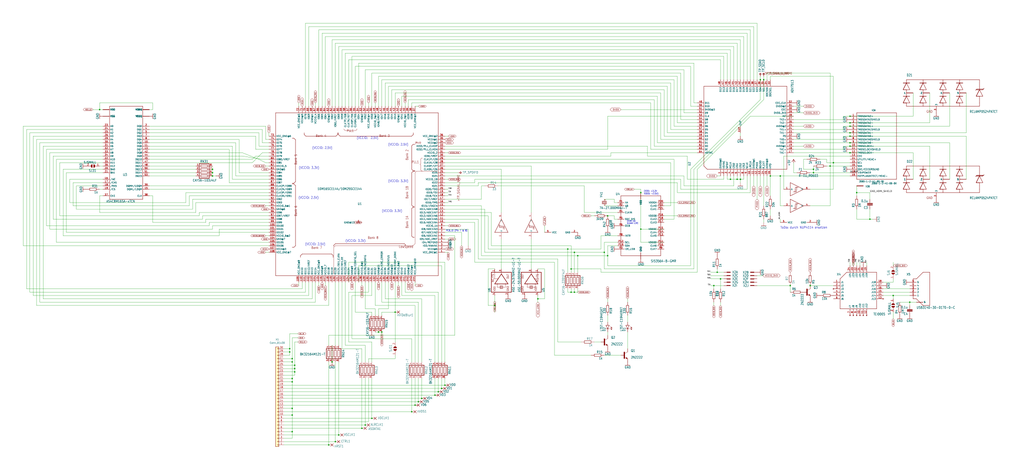
<source format=kicad_sch>
(kicad_sch (version 20211123) (generator eeschema)
  (paper "User" 783.336 357.353)
  (title_block (title "N64Adv2 (ADV7513)") (rev "v20220729") (company "Peter 'borti4938' Bartmann") (comment 1 "Schematic and PCB (c) 2021, 2022 by Peter Bartmann") (comment 2 "N64Adv2_20220729") (comment 3 "Licensed under CERN-OHL-W v2"))
  (junction (at 332.74 302.26))
  (junction (at 650.24 101.6))
  (junction (at 162.56 129.54))
  (junction (at 279.4 325.12))
  (junction (at 223.52 276.86))
  (junction (at 622.3 129.54))
  (junction (at 650.24 116.84))
  (junction (at 464.82 195.58))
  (junction (at 558.8 137.16))
  (junction (at 223.52 274.32))
  (junction (at 317.5 309.88))
  (junction (at 490.22 175.26))
  (junction (at 322.58 304.8))
  (junction (at 162.56 132.08))
  (junction (at 650.24 104.14))
  (junction (at 259.08 332.74))
  (junction (at 436.88 205.74))
  (junction (at 251.46 340.36))
  (junction (at 439.42 223.52))
  (junction (at 665.48 167.64))
  (junction (at 320.04 307.34))
  (junction (at 254 276.86))
  (junction (at 292.1 254))
  (junction (at 337.82 297.18))
  (junction (at 650.24 93.98))
  (junction (at 650.24 109.22))
  (junction (at 563.88 137.16))
  (junction (at 411.48 228.6))
  (junction (at 223.52 289.56))
  (junction (at 223.52 312.42))
  (junction (at 490.22 147.32))
  (junction (at 439.42 193.04))
  (junction (at 225.425 281.94))
  (junction (at 276.86 327.66))
  (junction (at 596.9 134.62))
  (junction (at 340.36 294.64))
  (junction (at 314.96 314.96))
  (junction (at 546.1 218.44))
  (junction (at 650.24 88.9))
  (junction (at 225.425 279.4))
  (junction (at 76.2 83.82))
  (junction (at 584.2 60.96))
  (junction (at 683.26 226.06))
  (junction (at 566.42 137.16))
  (junction (at 581.66 60.96))
  (junction (at 289.56 254))
  (junction (at 378.46 233.68))
  (junction (at 462.28 193.04))
  (junction (at 221.615 269.24))
  (junction (at 650.24 111.76))
  (junction (at 441.96 195.58))
  (junction (at 225.425 284.48))
  (junction (at 604.52 218.44))
  (junction (at 637.54 124.46))
  (junction (at 589.28 134.62))
  (junction (at 302.26 238.76))
  (junction (at 256.54 337.82))
  (junction (at 635 127))
  (junction (at 655.32 147.32))
  (junction (at 619.76 218.44))
  (junction (at 162.56 134.62))
  (junction (at 695.96 231.14))
  (junction (at 335.28 299.72))
  (junction (at 221.615 266.7))
  (junction (at 434.34 190.5))
  (junction (at 284.48 320.04))
  (junction (at 650.24 96.52))
  (junction (at 464.82 165.1))
  (junction (at 223.52 317.5))
  (junction (at 436.88 223.52))
  (junction (at 551.18 213.36))
  (junction (at 622.3 132.08))
  (junction (at 223.52 292.1))
  (junction (at 548.64 208.28))
  (junction (at 223.52 330.2))
  (wire (pts (xy 180.34 109.22) (xy 114.3 109.22)))
  (wire (pts (xy 604.52 223.52) (xy 604.52 218.44)))
  (wire (pts (xy 217.17 276.86) (xy 223.52 276.86)))
  (wire (pts (xy 607.06 106.68) (xy 645.16 106.68)))
  (wire (pts (xy 655.32 200.66) (xy 655.32 203.2)))
  (wire (pts (xy 373.38 165.1) (xy 373.38 190.5)))
  (wire (pts (xy 309.88 223.52) (xy 335.28 223.52)))
  (wire (pts (xy 375.92 187.96) (xy 436.88 187.96)))
  (wire (pts (xy 645.16 96.52) (xy 650.24 96.52)))
  (wire (pts (xy 162.56 172.72) (xy 162.56 175.26)))
  (wire (pts (xy 637.54 58.42) (xy 637.54 124.46)))
  (wire (pts (xy 259.08 215.9) (xy 259.08 264.16)))
  (wire (pts (xy 276.86 218.44) (xy 276.86 215.9)))
  (wire (pts (xy 205.74 119.38) (xy 195.58 119.38)))
  (wire (pts (xy 439.42 193.04) (xy 439.42 208.28)))
  (wire (pts (xy 35.56 172.72) (xy 35.56 114.3)))
  (wire (pts (xy 266.7 223.52) (xy 266.7 261.62)))
  (wire (pts (xy 607.06 111.76) (xy 614.68 111.76)))
  (wire (pts (xy 340.36 182.88) (xy 342.9 182.88)))
  (wire (pts (xy 416.56 205.74) (xy 411.48 205.74)))
  (wire (pts (xy 464.82 165.1) (xy 469.9 165.1)))
  (wire (pts (xy 27.94 106.68) (xy 27.94 233.68)))
  (wire (pts (xy 530.86 205.74) (xy 530.86 129.54)))
  (wire (pts (xy 513.08 63.5) (xy 294.64 63.5)))
  (wire (pts (xy 261.62 266.7) (xy 261.62 215.9)))
  (wire (pts (xy 160.02 170.18) (xy 205.74 170.18)))
  (wire (pts (xy 307.34 81.28) (xy 307.34 73.66)))
  (wire (pts (xy 50.8 177.8) (xy 205.74 177.8)))
  (wire (pts (xy 33.02 111.76) (xy 33.02 228.6)))
  (wire (pts (xy 317.5 81.28) (xy 320.04 81.28)))
  (wire (pts (xy 472.44 167.64) (xy 469.9 167.64)))
  (wire (pts (xy 436.88 205.74) (xy 459.74 205.74)))
  (wire (pts (xy 200.66 121.92) (xy 205.74 121.92)))
  (wire (pts (xy 480.06 266.7) (xy 480.06 254)))
  (wire (pts (xy 287.02 81.28) (xy 287.02 78.74)))
  (wire (pts (xy 269.24 259.08) (xy 314.96 259.08)))
  (wire (pts (xy 424.18 200.66) (xy 363.22 200.66)))
  (wire (pts (xy 553.72 60.96) (xy 553.72 43.18)))
  (wire (pts (xy 217.17 274.32) (xy 223.52 274.32)))
  (wire (pts (xy 546.1 231.14) (xy 546.1 233.68)))
  (wire (pts (xy 472.44 180.34) (xy 459.74 180.34)))
  (wire (pts (xy 464.82 88.9) (xy 464.82 114.3)))
  (wire (pts (xy 279.4 276.86) (xy 279.4 264.16)))
  (wire (pts (xy 645.16 114.3) (xy 645.16 111.76)))
  (wire (pts (xy 622.3 129.54) (xy 622.3 132.08)))
  (wire (pts (xy 114.3 106.68) (xy 182.88 106.68)))
  (wire (pts (xy 340.36 276.86) (xy 340.36 200.66)))
  (wire (pts (xy 528.32 203.2) (xy 528.32 129.54)))
  (wire (pts (xy 363.22 200.66) (xy 363.22 170.18)))
  (wire (pts (xy 340.36 170.18) (xy 363.22 170.18)))
  (wire (pts (xy 182.88 132.08) (xy 182.88 106.68)))
  (wire (pts (xy 650.24 101.6) (xy 607.06 101.6)))
  (wire (pts (xy 246.38 25.4) (xy 571.5 25.4)))
  (wire (pts (xy 144.78 149.86) (xy 144.78 157.48)))
  (wire (pts (xy 533.4 208.28) (xy 533.4 129.54)))
  (wire (pts (xy 289.56 241.3) (xy 289.56 236.22)))
  (wire (pts (xy 307.34 215.9) (xy 307.34 226.06)))
  (wire (pts (xy 632.46 121.92) (xy 627.38 121.92)))
  (wire (pts (xy 650.24 127) (xy 635 127)))
  (wire (pts (xy 424.18 271.78) (xy 452.12 271.78)))
  (wire (pts (xy 589.28 58.42) (xy 637.54 58.42)))
  (wire (pts (xy 217.17 287.02) (xy 225.425 287.02)))
  (wire (pts (xy 147.32 160.02) (xy 58.42 160.02)))
  (wire (pts (xy 353.06 177.8) (xy 340.36 177.8)))
  (wire (pts (xy 76.2 162.56) (xy 149.86 162.56)))
  (wire (pts (xy 650.24 109.22) (xy 607.06 109.22)))
  (wire (pts (xy 116.84 78.74) (xy 76.2 78.74)))
  (wire (pts (xy 607.06 91.44) (xy 645.16 91.44)))
  (wire (pts (xy 464.82 231.14) (xy 464.82 228.6)))
  (wire (pts (xy 347.98 256.54) (xy 347.98 180.34)))
  (wire (pts (xy 513.08 99.06) (xy 513.08 63.5)))
  (wire (pts (xy 185.42 116.84) (xy 114.3 116.84)))
  (wire (pts (xy 217.17 307.34) (xy 320.04 307.34)))
  (wire (pts (xy 200.66 116.84) (xy 205.74 116.84)))
  (wire (pts (xy 266.7 81.28) (xy 266.7 45.72)))
  (wire (pts (xy 508 68.58) (xy 299.72 68.58)))
  (wire (pts (xy 574.04 134.62) (xy 574.04 147.32)))
  (wire (pts (xy 635 55.88) (xy 586.74 55.88)))
  (wire (pts (xy 225.425 279.4) (xy 225.425 261.62)))
  (wire (pts (xy 149.86 154.94) (xy 205.74 154.94)))
  (wire (pts (xy 566.42 137.16) (xy 566.42 139.7)))
  (wire (pts (xy 142.24 147.32) (xy 142.24 154.94)))
  (wire (pts (xy 256.54 276.86) (xy 256.54 337.82)))
  (wire (pts (xy 299.72 68.58) (xy 299.72 81.28)))
  (wire (pts (xy 266.7 45.72) (xy 551.18 45.72)))
  (wire (pts (xy 589.28 165.1) (xy 589.28 160.02)))
  (wire (pts (xy 441.96 195.58) (xy 464.82 195.58)))
  (wire (pts (xy 370.84 160.02) (xy 370.84 193.04)))
  (wire (pts (xy 635 127) (xy 635 55.88)))
  (wire (pts (xy 695.96 220.98) (xy 675.64 220.98)))
  (wire (pts (xy 383.54 182.88) (xy 383.54 205.74)))
  (wire (pts (xy 43.18 185.42) (xy 205.74 185.42)))
  (wire (pts (xy 223.52 335.28) (xy 223.52 330.2)))
  (wire (pts (xy 378.46 233.68) (xy 378.46 238.76)))
  (wire (pts (xy 217.17 322.58) (xy 281.94 322.58)))
  (wire (pts (xy 579.12 60.96) (xy 579.12 17.78)))
  (wire (pts (xy 281.94 81.28) (xy 281.94 78.74)))
  (wire (pts (xy 307.34 73.66) (xy 502.92 73.66)))
  (wire (pts (xy 444.5 261.62) (xy 426.72 261.62)))
  (wire (pts (xy 551.18 134.62) (xy 548.64 134.62)))
  (wire (pts (xy 162.56 132.08) (xy 162.56 129.54)))
  (wire (pts (xy 114.3 134.62) (xy 149.86 134.62)))
  (wire (pts (xy 607.06 99.06) (xy 645.16 99.06)))
  (wire (pts (xy 292.1 254) (xy 292.1 256.54)))
  (wire (pts (xy 284.48 81.28) (xy 284.48 55.88)))
  (wire (pts (xy 55.88 157.48) (xy 144.78 157.48)))
  (wire (pts (xy 27.94 233.68) (xy 251.46 233.68)))
  (wire (pts (xy 711.2 111.76) (xy 711.2 137.16)))
  (wire (pts (xy 365.76 198.12) (xy 426.72 198.12)))
  (wire (pts (xy 683.26 228.6) (xy 683.26 226.06)))
  (wire (pts (xy 43.18 185.42) (xy 43.18 121.92)))
  (wire (pts (xy 320.04 289.56) (xy 320.04 307.34)))
  (wire (pts (xy 284.48 276.86) (xy 284.48 261.62)))
  (wire (pts (xy 553.72 137.16) (xy 525.78 137.16)))
  (wire (pts (xy 223.52 258.445) (xy 227.965 258.445)))
  (wire (pts (xy 609.6 132.08) (xy 607.06 132.08)))
  (wire (pts (xy 523.24 53.34) (xy 523.24 86.36)))
  (wire (pts (xy 368.3 142.24) (xy 370.84 142.24)))
  (wire (pts (xy 276.86 289.56) (xy 276.86 327.66)))
  (wire (pts (xy 76.2 149.86) (xy 76.2 162.56)))
  (wire (pts (xy 292.1 231.14) (xy 320.04 231.14)))
  (wire (pts (xy 297.18 236.22) (xy 297.18 215.9)))
  (wire (pts (xy 217.17 309.88) (xy 317.5 309.88)))
  (wire (pts (xy 217.17 314.96) (xy 314.96 314.96)))
  (wire (pts (xy 533.4 86.36) (xy 523.24 86.36)))
  (wire (pts (xy 154.94 165.1) (xy 154.94 167.64)))
  (wire (pts (xy 688.34 231.14) (xy 695.96 231.14)))
  (wire (pts (xy 217.17 304.8) (xy 322.58 304.8)))
  (wire (pts (xy 217.17 289.56) (xy 223.52 289.56)))
  (wire (pts (xy 287.02 236.22) (xy 279.4 236.22)))
  (wire (pts (xy 523.24 142.24) (xy 561.34 142.24)))
  (wire (pts (xy 378.46 226.06) (xy 378.46 233.68)))
  (wire (pts (xy 655.32 147.32) (xy 655.32 142.24)))
  (wire (pts (xy 695.96 223.52) (xy 675.64 223.52)))
  (wire (pts (xy 45.72 124.46) (xy 45.72 165.1)))
  (wire (pts (xy 30.48 231.14) (xy 30.48 109.22)))
  (wire (pts (xy 518.16 93.98) (xy 518.16 58.42)))
  (wire (pts (xy 607.06 132.08) (xy 607.06 124.46)))
  (wire (pts (xy 264.16 40.64) (xy 264.16 81.28)))
  (wire (pts (xy 645.16 88.9) (xy 650.24 88.9)))
  (wire (pts (xy 383.54 129.54) (xy 383.54 162.56)))
  (wire (pts (xy 530.86 129.54) (xy 584.2 76.2)))
  (wire (pts (xy 114.3 127) (xy 149.86 127)))
  (wire (pts (xy 365.76 167.64) (xy 365.76 198.12)))
  (wire (pts (xy 518.16 58.42) (xy 289.56 58.42)))
  (wire (pts (xy 657.86 200.66) (xy 657.86 203.2)))
  (wire (pts (xy 698.5 137.16) (xy 698.5 116.84)))
  (wire (pts (xy 198.12 111.76) (xy 198.12 101.6)))
  (wire (pts (xy 665.48 152.4) (xy 665.48 147.32)))
  (wire (pts (xy 337.82 276.86) (xy 337.82 203.2)))
  (wire (pts (xy 289.56 81.28) (xy 289.56 58.42)))
  (wire (pts (xy 584.2 170.18) (xy 584.2 167.64)))
  (wire (pts (xy 363.22 137.16) (xy 520.7 137.16)))
  (wire (pts (xy 515.62 96.52) (xy 533.4 96.52)))
  (wire (pts (xy 264.16 264.16) (xy 264.16 215.9)))
  (wire (pts (xy 655.32 167.64) (xy 655.32 160.02)))
  (wire (pts (xy 500.38 111.76) (xy 500.38 76.2)))
  (wire (pts (xy 217.17 330.2) (xy 223.52 330.2)))
  (wire (pts (xy 180.34 109.22) (xy 180.34 134.62)))
  (wire (pts (xy 523.24 134.62) (xy 523.24 142.24)))
  (wire (pts (xy 259.08 276.86) (xy 259.08 332.74)))
  (wire (pts (xy 505.46 106.68) (xy 533.4 106.68)))
  (wire (pts (xy 675.64 226.06) (xy 683.26 226.06)))
  (wire (pts (xy 217.17 320.04) (xy 284.48 320.04)))
  (wire (pts (xy 20.32 220.98) (xy 231.14 220.98)))
  (wire (pts (xy 571.5 144.78) (xy 520.7 144.78)))
  (wire (pts (xy 571.5 144.78) (xy 571.5 134.62)))
  (wire (pts (xy 439.42 223.52) (xy 441.96 223.52)))
  (wire (pts (xy 650.24 119.38) (xy 599.44 119.38)))
  (wire (pts (xy 665.48 160.02) (xy 665.48 167.64)))
  (wire (pts (xy 271.78 238.76) (xy 271.78 215.9)))
  (wire (pts (xy 25.4 104.14) (xy 25.4 226.06)))
  (wire (pts (xy 508 104.14) (xy 508 68.58)))
  (wire (pts (xy 533.4 93.98) (xy 518.16 93.98)))
  (wire (pts (xy 563.88 134.62) (xy 563.88 137.16)))
  (wire (pts (xy 447.04 162.56) (xy 472.44 162.56)))
  (wire (pts (xy 320.04 231.14) (xy 320.04 276.86)))
  (wire (pts (xy 347.98 180.34) (xy 340.36 180.34)))
  (wire (pts (xy 78.74 116.84) (xy 38.1 116.84)))
  (wire (pts (xy 607.06 86.36) (xy 614.68 86.36)))
  (wire (pts (xy 33.02 228.6) (xy 238.76 228.6)))
  (wire (pts (xy 373.38 233.68) (xy 373.38 205.74)))
  (wire (pts (xy 553.72 218.44) (xy 546.1 218.44)))
  (wire (pts (xy 40.64 167.64) (xy 40.64 119.38)))
  (wire (pts (xy 340.36 111.76) (xy 495.3 111.76)))
  (wire (pts (xy 217.17 297.18) (xy 337.82 297.18)))
  (wire (pts (xy 614.68 129.54) (xy 622.3 129.54)))
  (wire (pts (xy 340.36 193.04) (xy 342.9 193.04)))
  (wire (pts (xy 558.8 137.16) (xy 556.26 137.16)))
  (wire (pts (xy 340.36 142.24) (xy 365.76 142.24)))
  (wire (pts (xy 284.48 226.06) (xy 284.48 215.9)))
  (wire (pts (xy 436.88 208.28) (xy 436.88 205.74)))
  (wire (pts (xy 340.36 152.4) (xy 368.3 152.4)))
  (wire (pts (xy 114.3 119.38) (xy 185.42 119.38)))
  (wire (pts (xy 205.74 187.96) (xy 17.78 187.96)))
  (wire (pts (xy 205.74 137.16) (xy 177.8 137.16)))
  (wire (pts (xy 617.22 121.92) (xy 614.68 121.92)))
  (wire (pts (xy 739.14 101.6) (xy 739.14 71.12)))
  (wire (pts (xy 149.86 129.54) (xy 114.3 129.54)))
  (wire (pts (xy 632.46 124.46) (xy 632.46 121.92)))
  (wire (pts (xy 205.74 106.68) (xy 203.2 106.68)))
  (wire (pts (xy 480.06 231.14) (xy 480.06 228.6)))
  (wire (pts (xy 464.82 254) (xy 464.82 256.54)))
  (wire (pts (xy 246.38 81.28) (xy 246.38 25.4)))
  (wire (pts (xy 683.26 215.9) (xy 683.26 213.36)))
  (wire (pts (xy 22.86 223.52) (xy 22.86 101.6)))
  (wire (pts (xy 294.64 215.9) (xy 294.64 228.6)))
  (wire (pts (xy 556.26 40.64) (xy 556.26 60.96)))
  (wire (pts (xy 217.17 317.5) (xy 223.52 317.5)))
  (wire (pts (xy 589.28 134.62) (xy 589.28 149.86)))
  (wire (pts (xy 114.3 114.3) (xy 175.26 114.3)))
  (wire (pts (xy 675.64 215.9) (xy 683.26 215.9)))
  (wire (pts (xy 599.44 157.48) (xy 596.9 157.48)))
  (wire (pts (xy 233.68 223.52) (xy 22.86 223.52)))
  (wire (pts (xy 365.76 142.24) (xy 365.76 139.7)))
  (wire (pts (xy 340.36 154.94) (xy 342.9 154.94)))
  (wire (pts (xy 114.3 83.82) (xy 116.84 83.82)))
  (wire (pts (xy 217.17 340.36) (xy 251.46 340.36)))
  (wire (pts (xy 553.72 43.18) (xy 269.24 43.18)))
  (wire (pts (xy 78.74 142.24) (xy 58.42 142.24)))
  (wire (pts (xy 205.74 193.04) (xy 203.2 193.04)))
  (wire (pts (xy 175.26 114.3) (xy 175.26 139.7)))
  (wire (pts (xy 548.64 205.74) (xy 548.64 208.28)))
  (wire (pts (xy 698.5 71.12) (xy 698.5 88.9)))
  (wire (pts (xy 53.34 137.16) (xy 53.34 154.94)))
  (wire (pts (xy 114.3 101.6) (xy 198.12 101.6)))
  (wire (pts (xy 225.425 281.94) (xy 225.425 284.48)))
  (wire (pts (xy 576.58 20.32) (xy 576.58 60.96)))
  (wire (pts (xy 662.94 200.66) (xy 662.94 203.2)))
  (wire (pts (xy 508 185.42) (xy 490.22 185.42)))
  (wire (pts (xy 198.12 121.92) (xy 185.42 116.84)))
  (wire (pts (xy 200.66 99.06) (xy 114.3 99.06)))
  (wire (pts (xy 200.66 116.84) (xy 193.04 124.46)))
  (wire (pts (xy 520.7 144.78) (xy 520.7 137.16)))
  (wire (pts (xy 116.84 83.82) (xy 116.84 78.74)))
  (wire (pts (xy 683.26 238.76) (xy 683.26 243.84)))
  (wire (pts (xy 434.34 208.28) (xy 434.34 190.5)))
  (wire (pts (xy 411.48 228.6) (xy 411.48 226.06)))
  (wire (pts (xy 500.38 76.2) (xy 312.42 76.2)))
  (wire (pts (xy 518.16 139.7) (xy 518.16 147.32)))
  (wire (pts (xy 622.3 132.08) (xy 619.76 132.08)))
  (wire (pts (xy 217.17 279.4) (xy 225.425 279.4)))
  (wire (pts (xy 558.8 134.62) (xy 558.8 137.16)))
  (wire (pts (xy 284.48 55.88) (xy 520.7 55.88)))
  (wire (pts (xy 205.74 127) (xy 203.2 127)))
  (wire (pts (xy 574.04 22.86) (xy 243.84 22.86)))
  (wire (pts (xy 568.96 27.94) (xy 248.92 27.94)))
  (wire (pts (xy 495.3 111.76) (xy 495.3 119.38)))
  (wire (pts (xy 650.24 132.08) (xy 622.3 132.08)))
  (wire (pts (xy 205.74 132.08) (xy 182.88 132.08)))
  (wire (pts (xy 78.74 132.08) (xy 50.8 132.08)))
  (wire (pts (xy 322.58 276.86) (xy 322.58 228.6)))
  (wire (pts (xy 551.18 213.36) (xy 551.18 220.98)))
  (wire (pts (xy 533.4 88.9) (xy 464.82 88.9)))
  (wire (pts (xy 217.17 284.48) (xy 225.425 284.48)))
  (wire (pts (xy 340.36 165.1) (xy 373.38 165.1)))
  (wire (pts (xy 363.22 139.7) (xy 363.22 137.16)))
  (wire (pts (xy 152.4 162.56) (xy 152.4 165.1)))
  (wire (pts (xy 309.88 215.9) (xy 309.88 223.52)))
  (wire (pts (xy 217.17 302.26) (xy 332.74 302.26)))
  (wire (pts (xy 217.17 337.82) (xy 256.54 337.82)))
  (wire (pts (xy 223.52 317.5) (xy 223.52 330.2)))
  (wire (pts (xy 284.48 289.56) (xy 284.48 320.04)))
  (wire (pts (xy 294.64 81.28) (xy 294.64 63.5)))
  (wire (pts (xy 599.44 119.38) (xy 599.44 144.78)))
  (wire (pts (xy 568.96 137.16) (xy 566.42 137.16)))
  (wire (pts (xy 607.06 81.28) (xy 614.68 81.28)))
  (wire (pts (xy 695.96 233.68) (xy 695.96 231.14)))
  (wire (pts (xy 337.82 297.18) (xy 337.82 289.56)))
  (wire (pts (xy 726.44 96.52) (xy 650.24 96.52)))
  (wire (pts (xy 472.44 185.42) (xy 462.28 185.42)))
  (wire (pts (xy 225.425 279.4) (xy 225.425 281.94)))
  (wire (pts (xy 459.74 205.74) (xy 459.74 208.28)))
  (wire (pts (xy 236.22 81.28) (xy 236.22 20.32)))
  (wire (pts (xy 436.88 223.52) (xy 439.42 223.52)))
  (wire (pts (xy 464.82 203.2) (xy 528.32 203.2)))
  (wire (pts (xy 546.1 218.44) (xy 543.56 218.44)))
  (wire (pts (xy 221.615 269.24) (xy 221.615 266.7)))
  (wire (pts (xy 340.36 175.26) (xy 358.14 175.26)))
  (wire (pts (xy 205.74 114.3) (xy 195.58 114.3)))
  (wire (pts (xy 622.3 127) (xy 622.3 129.54)))
  (wire (pts (xy 78.74 144.78) (xy 76.2 144.78)))
  (wire (pts (xy 584.2 60.96) (xy 584.2 58.42)))
  (wire (pts (xy 574.04 88.9) (xy 607.06 88.9)))
  (wire (pts (xy 259.08 81.28) (xy 259.08 35.56)))
  (wire (pts (xy 248.92 215.9) (xy 248.92 218.44)))
  (wire (pts (xy 217.17 312.42) (xy 223.52 312.42)))
  (wire (pts (xy 462.28 185.42) (xy 462.28 193.04)))
  (wire (pts (xy 579.12 218.44) (xy 604.52 218.44)))
  (wire (pts (xy 490.22 175.26) (xy 490.22 147.32)))
  (wire (pts (xy 274.32 81.28) (xy 274.32 48.26)))
  (wire (pts (xy 223.52 312.42) (xy 223.52 292.1)))
  (wire (pts (xy 566.42 104.14) (xy 566.42 101.6)))
  (wire (pts (xy 650.24 93.98) (xy 711.2 93.98)))
  (wire (pts (xy 78.74 137.16) (xy 53.34 137.16)))
  (wire (pts (xy 472.44 187.96) (xy 464.82 187.96)))
  (wire (pts (xy 340.36 144.78) (xy 342.9 144.78)))
  (wire (pts (xy 221.615 266.7) (xy 221.615 255.27)))
  (wire (pts (xy 317.5 215.9) (xy 317.5 218.44)))
  (wire (pts (xy 241.3 81.28) (xy 241.3 78.74)))
  (wire (pts (xy 162.56 134.62) (xy 162.56 132.08)))
  (wire (pts (xy 607.06 96.52) (xy 614.68 96.52)))
  (wire (pts (xy 650.24 93.98) (xy 607.06 93.98)))
  (wire (pts (xy 302.26 238.76) (xy 302.26 215.9)))
  (wire (pts (xy 269.24 43.18) (xy 269.24 81.28)))
  (wire (pts (xy 223.52 276.86) (xy 223.52 289.56)))
  (wire (pts (xy 571.5 25.4) (xy 571.5 60.96)))
  (wire (pts (xy 225.425 261.62) (xy 227.965 261.62)))
  (wire (pts (xy 217.17 292.1) (xy 223.52 292.1)))
  (wire (pts (xy 368.3 157.48) (xy 340.36 157.48)))
  (wire (pts (xy 217.17 299.72) (xy 335.28 299.72)))
  (wire (pts (xy 508 104.14) (xy 533.4 104.14)))
  (wire (pts (xy 205.74 142.24) (xy 114.3 142.24)))
  (wire (pts (xy 436.88 187.96) (xy 436.88 205.74)))
  (wire (pts (xy 340.36 114.3) (xy 464.82 114.3)))
  (wire (pts (xy 416.56 228.6) (xy 411.48 228.6)))
  (wire (pts (xy 607.06 114.3) (xy 645.16 114.3)))
  (wire (pts (xy 284.48 261.62) (xy 266.7 261.62)))
  (wire (pts (xy 340.36 104.14) (xy 342.9 104.14)))
  (wire (pts (xy 586.74 55.88) (xy 586.74 60.96)))
  (wire (pts (xy 467.36 119.38) (xy 467.36 116.84)))
  (wire (pts (xy 726.44 109.22) (xy 650.24 109.22)))
  (wire (pts (xy 508 157.48) (xy 513.08 157.48)))
  (wire (pts (xy 259.08 35.56) (xy 561.34 35.56)))
  (wire (pts (xy 261.62 81.28) (xy 261.62 38.1)))
  (wire (pts (xy 645.16 111.76) (xy 650.24 111.76)))
  (wire (pts (xy 665.48 147.32) (xy 655.32 147.32)))
  (wire (pts (xy 53.34 154.94) (xy 142.24 154.94)))
  (wire (pts (xy 40.64 119.38) (xy 78.74 119.38)))
  (wire (pts (xy 558.8 60.96) (xy 558.8 38.1)))
  (wire (pts (xy 502.92 109.22) (xy 533.4 109.22)))
  (wire (pts (xy 340.36 121.92) (xy 515.62 121.92)))
  (wire (pts (xy 225.425 287.02) (xy 225.425 284.48)))
  (wire (pts (xy 236.22 226.06) (xy 236.22 215.9)))
  (wire (pts (xy 236.22 20.32) (xy 576.58 20.32)))
  (wire (pts (xy 533.4 83.82) (xy 474.98 83.82)))
  (wire (pts (xy 279.4 289.56) (xy 279.4 325.12)))
  (wire (pts (xy 520.7 91.44) (xy 533.4 91.44)))
  (wire (pts (xy 78.74 106.68) (xy 27.94 106.68)))
  (wire (pts (xy 160.02 172.72) (xy 160.02 170.18)))
  (wire (pts (xy 439.42 220.98) (xy 439.42 223.52)))
  (wire (pts (xy 205.74 162.56) (xy 152.4 162.56)))
  (wire (pts (xy 528.32 50.8) (xy 271.78 50.8)))
  (wire (pts (xy 50.8 132.08) (xy 50.8 177.8)))
  (wire (pts (xy 596.9 170.18) (xy 596.9 167.64)))
  (wire (pts (xy 114.3 124.46) (xy 193.04 124.46)))
  (wire (pts (xy 556.26 137.16) (xy 556.26 134.62)))
  (wire (pts (xy 551.18 60.96) (xy 551.18 45.72)))
  (wire (pts (xy 533.4 78.74) (xy 530.86 78.74)))
  (wire (pts (xy 76.2 83.82) (xy 71.12 83.82)))
  (wire (pts (xy 154.94 167.64) (xy 40.64 167.64)))
  (wire (pts (xy 314.96 259.08) (xy 314.96 276.86)))
  (wire (pts (xy 78.74 121.92) (xy 43.18 121.92)))
  (wire (pts (xy 309.88 81.28) (xy 309.88 78.74)))
  (wire (pts (xy 205.74 104.14) (xy 205.74 101.6)))
  (wire (pts (xy 304.8 218.44) (xy 304.8 215.9)))
  (wire (pts (xy 271.78 50.8) (xy 271.78 81.28)))
  (wire (pts (xy 243.84 81.28) (xy 243.84 22.86)))
  (wire (pts (xy 317.5 233.68) (xy 287.02 233.68)))
  (wire (pts (xy 584.2 76.2) (xy 584.2 60.96)))
  (wire (pts (xy 510.54 101.6) (xy 533.4 101.6)))
  (wire (pts (xy 581.66 58.42) (xy 581.66 60.96)))
  (wire (pts (xy 350.52 132.08) (xy 340.36 132.08)))
  (wire (pts (xy 279.4 53.34) (xy 523.24 53.34)))
  (wire (pts (xy 533.4 111.76) (xy 500.38 111.76)))
  (wire (pts (xy 650.24 111.76) (xy 711.2 111.76)))
  (wire (pts (xy 317.5 289.56) (xy 317.5 309.88)))
  (wire (pts (xy 147.32 160.02) (xy 147.32 152.4)))
  (wire (pts (xy 243.84 215.9) (xy 243.84 218.44)))
  (wire (pts (xy 289.56 236.22) (xy 297.18 236.22)))
  (wire (pts (xy 217.17 325.12) (xy 279.4 325.12)))
  (wire (pts (xy 287.02 254) (xy 289.56 254)))
  (wire (pts (xy 510.54 66.04) (xy 510.54 101.6)))
  (wire (pts (xy 645.16 104.14) (xy 650.24 104.14)))
  (wire (pts (xy 340.36 119.38) (xy 467.36 119.38)))
  (wire (pts (xy 203.2 106.68) (xy 203.2 96.52)))
  (wire (pts (xy 281.94 223.52) (xy 266.7 223.52)))
  (wire (pts (xy 553.72 213.36) (xy 551.18 213.36)))
  (wire (pts (xy 177.8 137.16) (xy 177.8 111.76)))
  (wire (pts (xy 205.74 149.86) (xy 144.78 149.86)))
  (wire (pts (xy 276.86 266.7) (xy 276.86 276.86)))
  (wire (pts (xy 645.16 106.68) (xy 645.16 104.14)))
  (wire (pts (xy 217.17 269.24) (xy 221.615 269.24)))
  (wire (pts (xy 515.62 60.96) (xy 515.62 96.52)))
  (wire (pts (xy 441.96 208.28) (xy 441.96 195.58)))
  (wire (pts (xy 459.74 261.62) (xy 454.66 261.62)))
  (wire (pts (xy 546.1 220.98) (xy 546.1 218.44)))
  (wire (pts (xy 292.1 215.9) (xy 292.1 231.14)))
  (wire (pts (xy 269.24 226.06) (xy 284.48 226.06)))
  (wire (pts (xy 335.28 223.52) (xy 335.28 276.86)))
  (wire (pts (xy 739.14 104.14) (xy 739.14 137.16)))
  (wire (pts (xy 205.74 109.22) (xy 200.66 109.22)))
  (wire (pts (xy 406.4 127) (xy 406.4 162.56)))
  (wire (pts (xy 508 165.1) (xy 518.16 165.1)))
  (wire (pts (xy 287.02 215.9) (xy 287.02 233.68)))
  (wire (pts (xy 464.82 195.58) (xy 464.82 203.2)))
  (wire (pts (xy 340.36 200.66) (xy 266.7 200.66)))
  (wire (pts (xy 508 175.26) (xy 490.22 175.26)))
  (wire (pts (xy 528.32 81.28) (xy 533.4 81.28)))
  (wire (pts (xy 637.54 124.46) (xy 650.24 124.46)))
  (wire (pts (xy 205.74 172.72) (xy 162.56 172.72)))
  (wire (pts (xy 302.26 71.12) (xy 505.46 71.12)))
  (wire (pts (xy 279.4 236.22) (xy 279.4 215.9)))
  (wire (pts (xy 193.04 121.92) (xy 195.58 119.38)))
  (wire (pts (xy 505.46 71.12) (xy 505.46 106.68)))
  (wire (pts (xy 45.72 165.1) (xy 152.4 165.1)))
  (wire (pts (xy 650.24 134.62) (xy 596.9 134.62)))
  (wire (pts (xy 35.56 114.3) (xy 78.74 114.3)))
  (wire (pts (xy 114.3 96.52) (xy 203.2 96.52)))
  (wire (pts (xy 332.74 289.56) (xy 332.74 302.26)))
  (wire (pts (xy 711.2 93.98) (xy 711.2 71.12)))
  (wire (pts (xy 551.18 231.14) (xy 551.18 233.68)))
  (wire (pts (xy 502.92 73.66) (xy 502.92 109.22)))
  (wire (pts (xy 30.48 109.22) (xy 78.74 109.22)))
  (wire (pts (xy 22.86 101.6) (xy 78.74 101.6)))
  (wire (pts (xy 147.32 152.4) (xy 205.74 152.4)))
  (wire (pts (xy 340.36 137.16) (xy 342.9 137.16)))
  (wire (pts (xy 579.12 17.78) (xy 233.68 17.78)))
  (wire (pts (xy 619.76 144.78) (xy 637.54 144.78)))
  (wire (pts (xy 462.28 152.4) (xy 469.9 152.4)))
  (wire (pts (xy 411.48 228.6) (xy 411.48 231.14)))
  (wire (pts (xy 439.42 193.04) (xy 462.28 193.04)))
  (wire (pts (xy 416.56 177.8) (xy 416.56 172.72)))
  (wire (pts (xy 76.2 78.74) (xy 76.2 83.82)))
  (wire (pts (xy 490.22 144.78) (xy 485.14 144.78)))
  (wire (pts (xy 464.82 187.96) (xy 464.82 195.58)))
  (wire (pts (xy 340.36 160.02) (xy 370.84 160.02)))
  (wire (pts (xy 515.62 167.64) (xy 508 167.64)))
  (wire (pts (xy 459.74 190.5) (xy 459.74 180.34)))
  (wire (pts (xy 78.74 104.14) (xy 25.4 104.14)))
  (wire (pts (xy 314.96 78.74) (xy 497.84 78.74)))
  (wire (pts (xy 596.9 157.48) (xy 596.9 134.62)))
  (wire (pts (xy 645.16 91.44) (xy 645.16 88.9)))
  (wire (pts (xy 332.74 276.86) (xy 332.74 226.06)))
  (wire (pts (xy 193.04 121.92) (xy 114.3 121.92)))
  (wire (pts (xy 223.52 317.5) (xy 223.52 312.42)))
  (wire (pts (xy 490.22 147.32) (xy 490.22 144.78)))
  (wire (pts (xy 284.48 238.76) (xy 271.78 238.76)))
  (wire (pts (xy 228.6 215.9) (xy 228.6 218.44)))
  (wire (pts (xy 238.76 215.9) (xy 238.76 228.6)))
  (wire (pts (xy 162.56 129.54) (xy 162.56 127)))
  (wire (pts (xy 205.74 175.26) (xy 167.64 175.26)))
  (wire (pts (xy 221.615 255.27) (xy 227.965 255.27)))
  (wire (pts (xy 340.36 129.54) (xy 383.54 129.54)))
  (wire (pts (xy 436.88 220.98) (xy 436.88 223.52)))
  (wire (pts (xy 287.02 241.3) (xy 287.02 236.22)))
  (wire (pts (xy 637.54 124.46) (xy 632.46 124.46)))
  (wire (pts (xy 530.86 48.26) (xy 530.86 78.74)))
  (wire (pts (xy 340.36 289.56) (xy 340.36 294.64)))
  (wire (pts (xy 650.24 101.6) (xy 739.14 101.6)))
  (wire (pts (xy 340.36 139.7) (xy 363.22 139.7)))
  (wire (pts (xy 162.56 175.26) (xy 38.1 175.26)))
  (wire (pts (xy 533.4 99.06) (xy 513.08 99.06)))
  (wire (pts (xy 314.96 81.28) (xy 314.96 78.74)))
  (wire (pts (xy 332.74 226.06) (xy 307.34 226.06)))
  (wire (pts (xy 289.56 254) (xy 292.1 254)))
  (wire (pts (xy 254 30.48) (xy 566.42 30.48)))
  (wire (pts (xy 205.74 147.32) (xy 142.24 147.32)))
  (wire (pts (xy 561.34 35.56) (xy 561.34 60.96)))
  (wire (pts (xy 157.48 167.64) (xy 205.74 167.64)))
  (wire (pts (xy 281.94 322.58) (xy 281.94 289.56)))
  (wire (pts (xy 195.58 104.14) (xy 195.58 114.3)))
  (wire (pts (xy 462.28 193.04) (xy 462.28 205.74)))
  (wire (pts (xy 281.94 215.9) (xy 281.94 223.52)))
  (wire (pts (xy 241.3 231.14) (xy 30.48 231.14)))
  (wire (pts (xy 650.24 116.84) (xy 607.06 116.84)))
  (wire (pts (xy 381 142.24) (xy 447.04 142.24)))
  (wire (pts (xy 175.26 139.7) (xy 205.74 139.7)))
  (wire (pts (xy 284.48 241.3) (xy 284.48 238.76)))
  (wire (pts (xy 508 154.94) (xy 518.16 154.94)))
  (wire (pts (xy 340.36 127) (xy 406.4 127)))
  (wire (pts (xy 619.76 157.48) (xy 635 157.48)))
  (wire (pts (xy 726.44 71.12) (xy 726.44 96.52)))
  (wire (pts (xy 223.52 274.32) (xy 223.52 276.86)))
  (wire (pts (xy 523.24 134.62) (xy 340.36 134.62)))
  (wire (pts (xy 297.18 66.04) (xy 510.54 66.04)))
  (wire (pts (xy 217.17 332.74) (xy 259.08 332.74)))
  (wire (pts (xy 200.66 99.06) (xy 200.66 109.22)))
  (wire (pts (xy 335.28 289.56) (xy 335.28 299.72)))
  (wire (pts (xy 459.74 208.28) (xy 533.4 208.28)))
  (wire (pts (xy 528.32 81.28) (xy 528.32 50.8)))
  (wire (pts (xy 469.9 152.4) (xy 469.9 154.94)))
  (wire (pts (xy 200.66 121.92) (xy 185.42 119.38)))
  (wire (pts (xy 58.42 142.24) (xy 58.42 160.02)))
  (wire (pts (xy 251.46 256.54) (xy 347.98 256.54)))
  (wire (pts (xy 78.74 124.46) (xy 45.72 124.46)))
  (wire (pts (xy 533.4 114.3) (xy 497.84 114.3)))
  (wire (pts (xy 353.06 177.8) (xy 353.06 187.96)))
  (wire (pts (xy 254 264.16) (xy 254 276.86)))
  (wire (pts (xy 251.46 264.16) (xy 251.46 256.54)))
  (wire (pts (xy 198.12 121.92) (xy 203.2 124.46)))
  (wire (pts (xy 469.9 154.94) (xy 472.44 154.94)))
  (wire (pts (xy 340.36 172.72) (xy 342.9 172.72)))
  (wire (pts (xy 292.1 241.3) (xy 292.1 238.76)))
  (wire (pts (xy 48.26 129.54) (xy 78.74 129.54)))
  (wire (pts (xy 520.7 55.88) (xy 520.7 91.44)))
  (wire (pts (xy 78.74 96.52) (xy 17.78 96.52)))
  (wire (pts (xy 464.82 246.38) (xy 464.82 241.3)))
  (wire (pts (xy 292.1 238.76) (xy 302.26 238.76)))
  (wire (pts (xy 281.94 274.32) (xy 302.26 274.32)))
  (wire (pts (xy 205.74 134.62) (xy 180.34 134.62)))
  (wire (pts (xy 322.58 289.56) (xy 322.58 304.8)))
  (wire (pts (xy 426.72 261.62) (xy 426.72 198.12)))
  (wire (pts (xy 416.56 228.6) (xy 416.56 205.74)))
  (wire (pts (xy 114.3 132.08) (xy 149.86 132.08)))
  (wire (pts (xy 203.2 124.46) (xy 205.74 124.46)))
  (wire (pts (xy 574.04 60.96) (xy 574.04 22.86)))
  (wire (pts (xy 205.74 157.48) (xy 203.2 157.48)))
  (wire (pts (xy 368.3 195.58) (xy 441.96 195.58)))
  (wire (pts (xy 566.42 137.16) (xy 563.88 137.16)))
  (wire (pts (xy 233.68 81.28) (xy 233.68 17.78)))
  (wire (pts (xy 378.46 233.68) (xy 373.38 233.68)))
  (wire (pts (xy 256.54 33.02) (xy 563.88 33.02)))
  (wire (pts (xy 561.34 142.24) (xy 561.34 134.62)))
  (wire (pts (xy 490.22 185.42) (xy 490.22 175.26)))
  (wire (pts (xy 596.9 134.62) (xy 589.28 134.62)))
  (wire (pts (xy 261.62 266.7) (xy 276.86 266.7)))
  (wire (pts (xy 515.62 167.64) (xy 515.62 121.92)))
  (wire (pts (xy 563.88 60.96) (xy 563.88 33.02)))
  (wire (pts (xy 668.02 167.64) (xy 665.48 167.64)))
  (wire (pts (xy 217.17 266.7) (xy 221.615 266.7)))
  (wire (pts (xy 424.18 200.66) (xy 424.18 271.78)))
  (wire (pts (xy 78.74 149.86) (xy 76.2 149.86)))
  (wire (pts (xy 317.5 276.86) (xy 317.5 233.68)))
  (wire (pts (xy 205.74 180.34) (xy 203.2 180.34)))
  (wire (pts (xy 217.17 335.28) (xy 223.52 335.28)))
  (wire (pts (xy 76.2 127) (xy 78.74 127)))
  (wire (pts (xy 251.46 276.86) (xy 251.46 340.36)))
  (wire (pts (xy 589.28 60.96) (xy 589.28 58.42)))
  (wire (pts (xy 114.3 144.78) (xy 205.74 144.78)))
  (wire (pts (xy 264.16 40.64) (xy 556.26 40.64)))
  (wire (pts (xy 223.52 274.32) (xy 223.52 258.445)))
  (wire (pts (xy 566.42 30.48) (xy 566.42 60.96)))
  (wire (pts (xy 525.78 119.38) (xy 525.78 137.16)))
  (wire (pts (xy 314.96 289.56) (xy 314.96 314.96)))
  (wire (pts (xy 586.74 134.62) (xy 586.74 142.24)))
  (wire (pts (xy 566.42 134.62) (xy 566.42 137.16)))
  (wire (pts (xy 233.68 223.52) (xy 233.68 215.9)))
  (wire (pts (xy 78.74 111.76) (xy 33.02 111.76)))
  (wire (pts (xy 726.44 137.16) (xy 726.44 109.22)))
  (wire (pts (xy 55.88 139.7) (xy 78.74 139.7)))
  (wire (pts (xy 568.96 60.96) (xy 568.96 27.94)))
  (wire (pts (xy 683.26 226.06) (xy 695.96 226.06)))
  (wire (pts (xy 665.48 167.64) (xy 655.32 167.64)))
  (wire (pts (xy 38.1 116.84) (xy 38.1 175.26)))
  (wire (pts (xy 434.34 223.52) (xy 436.88 223.52)))
  (wire (pts (xy 340.36 162.56) (xy 375.92 162.56)))
  (wire (pts (xy 495.3 119.38) (xy 525.78 119.38)))
  (wire (pts (xy 302.26 81.28) (xy 302.26 71.12)))
  (wire (pts (xy 274.32 203.2) (xy 337.82 203.2)))
  (wire (pts (xy 368.3 157.48) (xy 368.3 195.58)))
  (wire (pts (xy 340.36 149.86) (xy 342.9 149.86)))
  (wire (pts (xy 584.2 134.62) (xy 584.2 157.48)))
  (wire (pts (xy 251.46 233.68) (xy 251.46 215.9)))
  (wire (pts (xy 195.58 104.14) (xy 114.3 104.14)))
  (wire (pts (xy 221.615 271.78) (xy 221.615 269.24)))
  (wire (pts (xy 548.64 208.28) (xy 543.56 208.28)))
  (wire (pts (xy 157.48 170.18) (xy 157.48 167.64)))
  (wire (pts (xy 281.94 276.86) (xy 281.94 274.32)))
  (wire (pts (xy 533.4 129.54) (xy 574.04 88.9)))
  (wire (pts (xy 652.78 203.2) (xy 652.78 200.66)))
  (wire (pts (xy 551.18 213.36) (xy 543.56 213.36)))
  (wire (pts (xy 695.96 231.14) (xy 701.04 231.14)))
  (wire (pts (xy 116.84 170.18) (xy 157.48 170.18)))
  (wire (pts (xy 254 81.28) (xy 254 30.48)))
  (wire (pts (xy 167.64 175.26) (xy 167.64 180.34)))
  (wire (pts (xy 579.12 134.62) (xy 579.12 152.4)))
  (wire (pts (xy 279.4 264.16) (xy 264.16 264.16)))
  (wire (pts (xy 248.92 81.28) (xy 248.92 27.94)))
  (wire (pts (xy 683.26 203.2) (xy 683.26 200.66)))
  (wire (pts (xy 162.56 134.62) (xy 165.1 134.62)))
  (wire (pts (xy 279.4 81.28) (xy 279.4 53.34)))
  (wire (pts (xy 114.3 149.86) (xy 116.84 149.86)))
  (wire (pts (xy 368.3 152.4) (xy 368.3 142.24)))
  (wire (pts (xy 312.42 76.2) (xy 312.42 81.28)))
  (wire (pts (xy 292.1 60.96) (xy 515.62 60.96)))
  (wire (pts (xy 217.17 294.64) (xy 340.36 294.64)))
  (wire (pts (xy 650.24 200.66) (xy 650.24 203.2)))
  (wire (pts (xy 302.26 271.78) (xy 302.26 274.32)))
  (wire (pts (xy 231.14 220.98) (xy 231.14 215.9)))
  (wire (pts (xy 340.36 167.64) (xy 365.76 167.64)))
  (wire (pts (xy 274.32 48.26) (xy 530.86 48.26)))
  (wire (pts (xy 78.74 83.82) (xy 76.2 83.82)))
  (wire (pts (xy 358.14 175.26) (xy 358.14 187.96)))
  (wire (pts (xy 48.26 129.54) (xy 48.26 180.34)))
  (wire (pts (xy 20.32 99.06) (xy 20.32 220.98)))
  (wire (pts (xy 292.1 81.28) (xy 292.1 60.96)))
  (wire (pts (xy 635 127) (xy 632.46 127)))
  (wire (pts (xy 480.06 246.38) (xy 480.06 241.3)))
  (wire (pts (xy 217.17 327.66) (xy 276.86 327.66)))
  (wire (pts (xy 167.64 180.34) (xy 48.26 180.34)))
  (wire (pts (xy 373.38 205.74) (xy 378.46 205.74)))
  (wire (pts (xy 447.04 142.24) (xy 447.04 162.56)))
  (wire (pts (xy 302.26 238.76) (xy 302.26 261.62)))
  (wire (pts (xy 472.44 157.48) (xy 462.28 157.48)))
  (wire (pts (xy 322.58 228.6) (xy 294.64 228.6)))
  (wire (pts (xy 373.38 190.5) (xy 434.34 190.5)))
  (wire (pts (xy 217.17 281.94) (xy 225.425 281.94)))
  (wire (pts (xy 274.32 215.9) (xy 274.32 203.2)))
  (wire (pts (xy 698.5 88.9) (xy 650.24 88.9)))
  (wire (pts (xy 55.88 139.7) (xy 55.88 157.48)))
  (wire (pts (xy 581.66 60.96) (xy 581.66 76.2)))
  (wire (pts (xy 513.08 124.46) (xy 513.08 157.48)))
  (wire (pts (xy 256.54 81.28) (xy 256.54 33.02)))
  (wire (pts (xy 614.68 121.92) (xy 614.68 129.54)))
  (wire (pts (xy 645.16 99.06) (xy 645.16 96.52)))
  (wire (pts (xy 205.74 165.1) (xy 154.94 165.1)))
  (wire (pts (xy 574.04 147.32) (xy 518.16 147.32)))
  (wire (pts (xy 149.86 162.56) (xy 149.86 154.94)))
  (wire (pts (xy 568.96 134.62) (xy 568.96 137.16)))
  (wire (pts (xy 518.16 139.7) (xy 365.76 139.7)))
  (wire (pts (xy 370.84 193.04) (xy 439.42 193.04)))
  (wire (pts (xy 553.72 137.16) (xy 553.72 134.62)))
  (wire (pts (xy 635 157.48) (xy 635 127)))
  (wire (pts (xy 17.78 96.52) (xy 17.78 187.96)))
  (wire (pts (xy 563.88 137.16) (xy 558.8 137.16)))
  (wire (pts (xy 454.66 165.1) (xy 452.12 165.1)))
  (wire (pts (xy 637.54 144.78) (xy 637.54 124.46)))
  (wire (pts (xy 114.3 111.76) (xy 177.8 111.76)))
  (wire (pts (xy 35.56 172.72) (xy 160.02 172.72)))
  (wire (pts (xy 228.6 81.28) (xy 228.6 78.74)))
  (wire (pts (xy 241.3 231.14) (xy 241.3 215.9)))
  (wire (pts (xy 375.92 162.56) (xy 375.92 187.96)))
  (wire (pts (xy 553.72 210.82) (xy 543.56 210.82)))
  (wire (pts (xy 581.66 134.62) (xy 581.66 142.24)))
  (wire (pts (xy 434.34 223.52) (xy 434.34 220.98)))
  (wire (pts (xy 698.5 116.84) (xy 650.24 116.84)))
  (wire (pts (xy 217.17 271.78) (xy 221.615 271.78)))
  (wire (pts (xy 462.28 205.74) (xy 530.86 205.74)))
  (wire (pts (xy 269.24 259.08) (xy 269.24 226.06)))
  (wire (pts (xy 25.4 226.06) (xy 236.22 226.06)))
  (wire (pts (xy 340.36 116.84) (xy 342.9 116.84)))
  (wire (pts (xy 576.58 134.62) (xy 576.58 142.24)))
  (wire (pts (xy 462.28 271.78) (xy 474.98 271.78)))
  (wire (pts (xy 340.36 124.46) (xy 513.08 124.46)))
  (wire (pts (xy 297.18 81.28) (xy 297.18 66.04)))
  (wire (pts (xy 406.4 205.74) (xy 406.4 182.88)))
  (wire (pts (xy 650.24 104.14) (xy 739.14 104.14)))
  (wire (pts (xy 579.12 210.82) (xy 583.565 210.82)))
  (wire (pts (xy 205.74 111.76) (xy 198.12 111.76)))
  (wire (pts (xy 469.9 165.1) (xy 469.9 167.64)))
  (wire (pts (xy 467.36 116.84) (xy 533.4 116.84)))
  (wire (pts (xy 553.72 208.28) (xy 548.64 208.28)))
  (wire (pts (xy 78.74 99.06) (xy 20.32 99.06)))
  (wire (pts (xy 655.32 149.86) (xy 655.32 147.32)))
  (wire (pts (xy 441.96 223.52) (xy 441.96 220.98)))
  (wire (pts (xy 637.54 218.44) (xy 619.76 218.44)))
  (wire (pts (xy 434.34 190.5) (xy 459.74 190.5)))
  (wire (pts (xy 223.52 292.1) (xy 223.52 289.56)))
  (wire (pts (xy 558.8 38.1) (xy 261.62 38.1)))
  (wire (pts (xy 340.36 147.32) (xy 342.9 147.32)))
  (wire (pts (xy 116.84 170.18) (xy 116.84 149.86)))
  (wire (pts (xy 256.54 264.16) (xy 256.54 215.9)))
  (wire (pts (xy 497.84 78.74) (xy 497.84 114.3)))
  (wire (pts (xy 266.7 215.9) (xy 266.7 200.66)))
  (wire (pts (xy 581.66 76.2) (xy 528.32 129.54)))
  (text "(VCCIO: 3.3V)" (at 228.6 129.54 180) (effects (font (size 1.778 1.5113)) (justify left bottom)))
  (text "PCB_ID (Pin 7 & 8)" (at 341.122 177.292 180) (effects (font (size 1.27 1.0795)) (justify left bottom)))
  (text "(VCCIO: 2.5V)" (at 312.42 111.76 180) (effects (font (size 1.778 1.5113)) (justify right bottom)))
  (text "(VCCIO: 2.5V)" (at 248.92 187.96 180) (effects (font (size 1.778 1.5113)) (justify right bottom)))
  (text "(VCCIO: 3.3V)" (at 264.16 185.42 180) (effects (font (size 1.778 1.5113)) (justify left bottom)))
  (text "(VCCIO: 3.3V)" (at 292.1 162.56 180) (effects (font (size 1.778 1.5113)) (justify left bottom)))
  (text "ToDo: durch NUP4114 ersetzen" (at 596.9 175.26 180) (effects (font (size 1.778 1.5113)) (justify left bottom)))
  (text "(VCCIO: 2.5V)" (at 238.76 114.3 180) (effects (font (size 1.778 1.5113)) (justify left bottom)))
  (text "(VCCIO: 2.5V)" (at 243.84 152.4 180) (effects (font (size 1.778 1.5113)) (justify right bottom)))
  (text "(VDD: +3.3V\nVDDO: +2.5V)" (at 492.506 149.098 180) (effects (font (size 1.27 1.0795)) (justify left bottom)))
  (text "(VCCIO:  2.5V)" (at 289.56 106.68 180) (effects (font (size 1.778 1.5113)) (justify right bottom)))
  (text "(must not\nexceed 1.3V)" (at 479.552 171.45 180) (effects (font (size 1.016 0.8636)) (justify left bottom)))
  (text "(VCCIO: 3.3V)" (at 312.42 139.7 180) (effects (font (size 1.778 1.5113)) (justify right bottom)))
  (label "TDO" (at 650.24 200.66 90) (effects (font (size 0.889 0.889))))
  (label "TDO" (at 543.56 210.82 180) (effects (font (size 0.889 0.889))))
  (label "TDO" (at 342.9 144.78 0) (effects (font (size 0.889 0.889))))
  (label "TDI" (at 342.9 147.32 0) (effects (font (size 0.889 0.889))))
  (label "TDI" (at 543.56 218.44 180) (effects (font (size 0.889 0.889))))
  (label "TCK" (at 543.56 208.28 180) (effects (font (size 0.889 0.889))))
  (label "5V_HDMI" (at 650.24 132.08 0) (effects (font (size 1.016 1.016))))
  (label "GND_HDMI_SHIELD" (at 665.48 147.32 0) (effects (font (size 1.2446 1.2446))))
  (label "TCK" (at 662.94 201.295 90) (effects (font (size 0.889 0.889))))
  (label "TMS" (at 342.9 154.94 0) (effects (font (size 0.889 0.889))))
  (label "TDI" (at 657.86 200.66 90) (effects (font (size 0.889 0.889))))
  (label "TCK" (at 342.9 149.86 0) (effects (font (size 0.889 0.889))))
  (label "TMS" (at 543.56 213.36 180) (effects (font (size 0.889 0.889))))
  (label "TMS" (at 655.32 200.66 90) (effects (font (size 0.889 0.889))))
  (label "5V_HDMI" (at 596.9 167.64 90) (effects (font (size 0.889 0.889))))
  (global_label "GND" (shape bidirectional) (at 205.74 129.54 180) (effects (font (size 1.016 1.016))) (property "Intersheet References" "${INTERSHEET_REFS}" (effects hide)))
  (global_label "VDD_U4" (shape bidirectional) (at 485.14 144.78 180) (effects (font (size 0.889 0.889))) (property "Intersheet References" "${INTERSHEET_REFS}" (effects hide)))
  (global_label "VCCA" (shape bidirectional) (at 340.36 190.5 0) (effects (font (size 1.016 1.016))) (property "Intersheet References" "${INTERSHEET_REFS}" (effects hide)))
  (global_label "+3V3" (shape bidirectional) (at 228.6 78.74 90) (effects (font (size 0.889 0.889))) (property "Intersheet References" "${INTERSHEET_REFS}" (effects hide)))
  (global_label "GND" (shape bidirectional) (at 246.38 215.9 270) (effects (font (size 1.016 1.016))) (property "Intersheet References" "${INTERSHEET_REFS}" (effects hide)))
  (global_label "VCCIO_2V5" (shape bidirectional) (at 309.88 78.74 90) (effects (font (size 0.889 0.889))) (property "Intersheet References" "${INTERSHEET_REFS}" (effects hide)))
  (global_label "VDD_U3" (shape bidirectional) (at 71.12 83.82 180) (effects (font (size 0.889 0.889))) (property "Intersheet References" "${INTERSHEET_REFS}" (effects hide)))
  (global_label "DVDD" (shape bidirectional) (at 576.58 142.24 270) (effects (font (size 1.2446 1.2446))) (property "Intersheet References" "${INTERSHEET_REFS}" (effects hide)))
  (global_label "VCCIO_3V3" (shape bidirectional) (at 276.86 218.44 270) (effects (font (size 0.889 0.889))) (property "Intersheet References" "${INTERSHEET_REFS}" (effects hide)))
  (global_label "VDD_U4" (shape bidirectional) (at 452.12 165.1 180) (effects (font (size 0.889 0.889))) (property "Intersheet References" "${INTERSHEET_REFS}" (effects hide)))
  (global_label "VCCA" (shape bidirectional) (at 340.36 109.22 0) (effects (font (size 1.016 1.016))) (property "Intersheet References" "${INTERSHEET_REFS}" (effects hide)))
  (global_label "VCCA" (shape bidirectional) (at 314.96 215.9 270) (effects (font (size 1.016 1.016))) (property "Intersheet References" "${INTERSHEET_REFS}" (effects hide)))
  (global_label "GND" (shape bidirectional) (at 276.86 170.18 180) (effects (font (size 1.016 1.016))) (property "Intersheet References" "${INTERSHEET_REFS}" (effects hide)))
  (global_label "VCC_U56" (shape bidirectional) (at 378.46 238.76 90) (effects (font (size 0.889 0.889))) (property "Intersheet References" "${INTERSHEET_REFS}" (effects hide)))
  (global_label "+3V3" (shape bidirectional) (at 342.9 193.04 270) (effects (font (size 0.889 0.889))) (property "Intersheet References" "${INTERSHEET_REFS}" (effects hide)))
  (global_label "VCCIO_3V3" (shape bidirectional) (at 551.18 233.68 270) (effects (font (size 0.889 0.889))) (property "Intersheet References" "${INTERSHEET_REFS}" (effects hide)))
  (global_label "VCCA" (shape bidirectional) (at 205.74 190.5 180) (effects (font (size 1.016 1.016))) (property "Intersheet References" "${INTERSHEET_REFS}" (effects hide)))
  (global_label "PVDD" (shape bidirectional) (at 579.12 152.4 270) (effects (font (size 1.2446 1.2446))) (property "Intersheet References" "${INTERSHEET_REFS}" (effects hide)))
  (global_label "VCCIO_BANK6" (shape bidirectional) (at 203.2 180.34 180) (effects (font (size 0.889 0.889))) (property "Intersheet References" "${INTERSHEET_REFS}" (effects hide)))
  (global_label "VCCIO_BANK7" (shape bidirectional) (at 248.92 218.44 270) (effects (font (size 0.889 0.889))) (property "Intersheet References" "${INTERSHEET_REFS}" (effects hide)))
  (global_label "GND" (shape bidirectional) (at 238.76 81.28 90) (effects (font (size 1.016 1.016))) (property "Intersheet References" "${INTERSHEET_REFS}" (effects hide)))
  (global_label "+3V3" (shape bidirectional) (at 342.9 104.14 0) (effects (font (size 0.889 0.889))) (property "Intersheet References" "${INTERSHEET_REFS}" (effects hide)))
  (global_label "VCCIO_3V3" (shape bidirectional) (at 464.82 228.6 90) (effects (font (size 0.889 0.889))) (property "Intersheet References" "${INTERSHEET_REFS}" (effects hide)))
  (global_label "GND" (shape bidirectional) (at 289.56 215.9 270) (effects (font (size 1.016 1.016))) (property "Intersheet References" "${INTERSHEET_REFS}" (effects hide)))
  (global_label "VCCIO_B1A" (shape bidirectional) (at 342.9 172.72 0) (effects (font (size 0.889 0.889))) (property "Intersheet References" "${INTERSHEET_REFS}" (effects hide)))
  (global_label "+3V3" (shape bidirectional) (at 281.94 78.74 90) (effects (font (size 0.889 0.889))) (property "Intersheet References" "${INTERSHEET_REFS}" (effects hide)))
  (global_label "+3V3" (shape bidirectional) (at 317.5 218.44 0) (effects (font (size 0.889 0.889))) (property "Intersheet References" "${INTERSHEET_REFS}" (effects hide)))
  (global_label "5V_IN" (shape bidirectional) (at 683.26 243.84 270) (effects (font (size 0.889 0.889))) (property "Intersheet References" "${INTERSHEET_REFS}" (effects hide)))
  (global_label "VCC_U56" (shape bidirectional) (at 411.48 231.14 270) (effects (font (size 1.2446 1.2446))) (property "Intersheet References" "${INTERSHEET_REFS}" (effects hide)))
  (global_label "VCCIO_3V3" (shape bidirectional) (at 342.9 137.16 0) (effects (font (size 0.889 0.889))) (property "Intersheet References" "${INTERSHEET_REFS}" (effects hide)))
  (global_label "VCCIO_3V3" (shape bidirectional) (at 441.96 223.52 0) (effects (font (size 0.889 0.889))) (property "Intersheet References" "${INTERSHEET_REFS}" (effects hide)))
  (global_label "GND" (shape bidirectional) (at 276.86 81.28 90) (effects (font (size 1.016 1.016))) (property "Intersheet References" "${INTERSHEET_REFS}" (effects hide)))
  (global_label "CLK_CIRCUIT_2V5" (shape bidirectional) (at 518.16 154.94 0) (effects (font (size 0.889 0.889))) (property "Intersheet References" "${INTERSHEET_REFS}" (effects hide)))
  (global_label "AVDD" (shape bidirectional) (at 614.68 111.76 0) (effects (font (size 1.2446 1.2446))) (property "Intersheet References" "${INTERSHEET_REFS}" (effects hide)))
  (global_label "GND" (shape bidirectional) (at 299.72 215.9 270) (effects (font (size 1.016 1.016))) (property "Intersheet References" "${INTERSHEET_REFS}" (effects hide)))
  (global_label "VCCIO_3V3" (shape bidirectional) (at 652.78 200.66 90) (effects (font (size 0.889 0.889))) (property "Intersheet References" "${INTERSHEET_REFS}" (effects hide)))
  (global_label "CLK_CIRCUIT_2V5" (shape bidirectional) (at 518.16 165.1 0) (effects (font (size 0.889 0.889))) (property "Intersheet References" "${INTERSHEET_REFS}" (effects hide)))
  (global_label "+3V3" (shape bidirectional) (at 228.6 218.44 180) (effects (font (size 0.889 0.889))) (property "Intersheet References" "${INTERSHEET_REFS}" (effects hide)))
  (global_label "GND" (shape bidirectional) (at 227.965 258.445 0) (effects (font (size 0.889 0.889))) (property "Intersheet References" "${INTERSHEET_REFS}" (effects hide)))
  (global_label "VCCIO_3V3" (shape bidirectional) (at 619.76 208.28 90) (effects (font (size 1.016 1.016))) (property "Intersheet References" "${INTERSHEET_REFS}" (effects hide)))
  (global_label "VCCIO_3V3" (shape bidirectional) (at 292.1 255.27 270) (effects (font (size 0.889 0.889))) (property "Intersheet References" "${INTERSHEET_REFS}" (effects hide)))
  (global_label "GND" (shape bidirectional) (at 251.46 81.28 90) (effects (font (size 1.016 1.016))) (property "Intersheet References" "${INTERSHEET_REFS}" (effects hide)))
  (global_label "+3V3" (shape bidirectional) (at 320.04 81.28 0) (effects (font (size 0.889 0.889))) (property "Intersheet References" "${INTERSHEET_REFS}" (effects hide)))
  (global_label "VCCIO_3V3" (shape bidirectional) (at 546.1 233.68 270) (effects (font (size 0.889 0.889))) (property "Intersheet References" "${INTERSHEET_REFS}" (effects hide)))
  (global_label "GND" (shape bidirectional) (at 304.8 81.28 90) (effects (font (size 1.016 1.016))) (property "Intersheet References" "${INTERSHEET_REFS}" (effects hide)))
  (global_label "VCCIO_3V3" (shape bidirectional) (at 203.2 127 180) (effects (font (size 0.889 0.889))) (property "Intersheet References" "${INTERSHEET_REFS}" (effects hide)))
  (global_label "GND" (shape bidirectional) (at 312.42 215.9 270) (effects (font (size 1.016 1.016))) (property "Intersheet References" "${INTERSHEET_REFS}" (effects hide)))
  (global_label "AVDD" (shape bidirectional) (at 586.74 142.24 270) (effects (font (size 1.2446 1.2446))) (property "Intersheet References" "${INTERSHEET_REFS}" (effects hide)))
  (global_label "VCCA" (shape bidirectional) (at 231.14 81.28 90) (effects (font (size 1.016 1.016))) (property "Intersheet References" "${INTERSHEET_REFS}" (effects hide)))
  (global_label "VCCIO_BANK6" (shape bidirectional) (at 203.2 157.48 180) (effects (font (size 0.889 0.889))) (property "Intersheet References" "${INTERSHEET_REFS}" (effects hide)))
  (global_label "+3V3" (shape bidirectional) (at 243.84 218.44 270) (effects (font (size 0.889 0.889))) (property "Intersheet References" "${INTERSHEET_REFS}" (effects hide)))
  (global_label "VCCA" (shape bidirectional) (at 342.9 182.88 0) (effects (font (size 0.889 0.889))) (property "Intersheet References" "${INTERSHEET_REFS}" (effects hide)))
  (global_label "VCCIO_3V3" (shape bidirectional) (at 652.78 203.2 90) (effects (font (size 0.889 0.889))) (property "Intersheet References" "${INTERSHEET_REFS}" (effects hide)))
  (global_label "VCCIO_3V3" (shape bidirectional) (at 480.06 228.6 90) (effects (font (size 0.889 0.889))) (property "Intersheet References" "${INTERSHEET_REFS}" (effects hide)))
  (global_label "VCCIO_2V5" (shape bidirectional) (at 241.3 78.74 90) (effects (font (size 0.889 0.889))) (property "Intersheet References" "${INTERSHEET_REFS}" (effects hide)))
  (global_label "VCCIO_3V3" (shape bidirectional) (at 604.52 208.28 90) (effects (font (size 1.016 1.016))) (property "Intersheet References" "${INTERSHEET_REFS}" (effects hide)))
  (global_label "U7_2V5" (shape bidirectional) (at 416.56 172.72 90) (effects (font (size 0.889 0.889))) (property "Intersheet References" "${INTERSHEET_REFS}" (effects hide)))
  (global_label "DVDD" (shape bidirectional) (at 548.64 134.62 180) (effects (font (size 1.2446 1.2446))) (property "Intersheet References" "${INTERSHEET_REFS}" (effects hide)))
  (global_label "AVDD" (shape bidirectional) (at 614.68 96.52 0) (effects (font (size 1.2446 1.2446))) (property "Intersheet References" "${INTERSHEET_REFS}" (effects hide)))
  (global_label "PVDD" (shape bidirectional) (at 581.66 142.24 270) (effects (font (size 1.2446 1.2446))) (property "Intersheet References" "${INTERSHEET_REFS}" (effects hide)))
  (global_label "GND" (shape bidirectional) (at 269.24 215.9 270) (effects (font (size 1.016 1.016))) (property "Intersheet References" "${INTERSHEET_REFS}" (effects hide)))
  (global_label "VCCIO_2V5" (shape bidirectional) (at 342.9 116.84 0) (effects (font (size 0.889 0.889))) (property "Intersheet References" "${INTERSHEET_REFS}" (effects hide)))
  (global_label "VCCIO_3V3" (shape bidirectional) (at 304.8 218.44 270) (effects (font (size 0.889 0.889))) (property "Intersheet References" "${INTERSHEET_REFS}" (effects hide)))
  (global_label "DVDD" (shape bidirectional) (at 614.68 81.28 0) (effects (font (size 1.2446 1.2446))) (property "Intersheet References" "${INTERSHEET_REFS}" (effects hide)))
  (global_label "VCCIO_3V3" (shape bidirectional) (at 683.26 203.2 0) (effects (font (size 1.016 1.016))) (property "Intersheet References" "${INTERSHEET_REFS}" (effects hide)))
  (global_label "3V3_IN" (shape bidirectional) (at 227.965 261.62 0) (effects (font (size 0.889 0.889))) (property "Intersheet References" "${INTERSHEET_REFS}" (effects hide)))
  (global_label "VCCIO_2V5" (shape bidirectional) (at 287.02 78.74 90) (effects (font (size 0.889 0.889))) (property "Intersheet References" "${INTERSHEET_REFS}" (effects hide)))
  (global_label "+3V3" (shape bidirectional) (at 205.74 101.6 90) (effects (font (size 0.889 0.889))) (property "Intersheet References" "${INTERSHEET_REFS}" (effects hide)))
  (global_label "+3V3" (shape bidirectional) (at 203.2 193.04 180) (effects (font (size 0.889 0.889))) (property "Intersheet References" "${INTERSHEET_REFS}" (effects hide)))
  (global_label "GND" (shape bidirectional) (at 205.74 182.88 180) (effects (font (size 1.016 1.016))) (property "Intersheet References" "${INTERSHEET_REFS}" (effects hide)))
  (global_label "5V_IN" (shape bidirectional) (at 227.965 255.27 0) (effects (font (size 0.889 0.889))) (property "Intersheet References" "${INTERSHEET_REFS}" (effects hide)))
  (global_label "DVDD_3V3" (shape bidirectional) (at 614.68 86.36 0) (effects (font (size 1.2446 1.2446))) (property "Intersheet References" "${INTERSHEET_REFS}" (effects hide)))
  (global_label "GND" (shape bidirectional) (at 205.74 160.02 180) (effects (font (size 1.016 1.016))) (property "Intersheet References" "${INTERSHEET_REFS}" (effects hide)))
  (global_label "DVDD" (shape bidirectional) (at 474.98 83.82 180) (effects (font (size 1.2446 1.2446))) (property "Intersheet References" "${INTERSHEET_REFS}" (effects hide)))
  (global_label "VCCA" (shape bidirectional) (at 340.36 106.68 0) (effects (font (size 1.016 1.016))) (property "Intersheet References" "${INTERSHEET_REFS}" (effects hide)))
  (global_label "VCCIO_3V3" (shape bidirectional) (at 583.565 210.82 0) (effects (font (size 1.2446 1.2446))) (property "Intersheet References" "${INTERSHEET_REFS}" (effects hide)))
  (global_label "VCCIO_B1A" (shape bidirectional) (at 353.06 187.96 270) (effects (font (size 0.889 0.889))) (property "Intersheet References" "${INTERSHEET_REFS}" (effects hide)))
  (symbol (lib_id "n64adv2-eagle-import:685119134923") (at 670.56 111.76 0) (unit 1)
    (property "Reference" "X3" (at 666.75 85.09 0) (effects (font (size 1.27 1.0795)) (justify left bottom)))
    (property "Value" "2000-1-2-41-00-BK" (at 666.75 140.97 0) (effects (font (size 1.27 1.0795)) (justify left bottom)))
    (property "Footprint" "n64adv2:hdmi_smd_shield_2000-1-2-41-00-BK" (effects hide))
  )
  (symbol (lib_id "n64adv2-eagle-import:SJSMALL") (at 302.26 266.7 90) (unit 1) (in_bom no)
    (property "Reference" "SJ11" (at 299.72 269.24 0) (effects (font (size 1.778 1.5113)) (justify left bottom)))
    (property "Value" "SJSMALL" (effects hide))
    (property "Footprint" "n64adv2:SJ_SMALL" (effects hide))
  )
  (symbol (lib_id "n64adv2-eagle-import:LEDCHIPLED_0805") (at 480.06 248.92 0) (mirror y) (unit 1)
    (property "Reference" "D1" (at 476.504 253.492 90) (effects (font (size 1.778 1.5113)) (justify left bottom)))
    (property "Value" "LTST-C194KRKT" (at 474.345 253.492 90) (effects (font (size 1.778 1.5113)) (justify left bottom)))
    (property "Footprint" "n64adv2:CHIPLED_0805" (effects hide))
  )
  (symbol (lib_id "n64adv2-eagle-import:GND") (at 647.7 106.68 270) (unit 1)
    (property "Reference" "#GND07" (effects hide))
    (property "Value" "GND" (at 645.16 104.14 0) (effects (font (size 1.778 1.5113)) (justify left bottom)))
    (property "Footprint" "n64adv2:" (effects hide))
  )
  (symbol (lib_id "n64adv2-eagle-import:SI5356DIY") (at 490.22 172.72 0) (unit 1)
    (property "Reference" "U4" (at 470.916 149.352 0) (effects (font (size 1.778 1.5113)) (justify left bottom)))
    (property "Value" "SI5356A-B-GMR" (at 497.84 200.66 0) (effects (font (size 1.778 1.5113)) (justify left bottom)))
    (property "Footprint" "n64adv2:QFN-24-DIY" (effects hide))
  )
  (symbol (lib_id "n64adv2-eagle-import:GND") (at 716.28 88.9 0) (unit 1)
    (property "Reference" "#GND039" (effects hide))
    (property "Value" "GND" (at 713.74 91.44 0) (effects (font (size 1.778 1.5113)) (justify left bottom)))
    (property "Footprint" "n64adv2:" (effects hide))
  )
  (symbol (lib_id "n64adv2-eagle-import:R-EU_R0603") (at 459.74 165.1 0) (unit 1)
    (property "Reference" "R41" (at 455.93 163.6014 0) (effects (font (size 1.778 1.5113)) (justify left bottom)))
    (property "Value" "3k09" (at 455.93 168.402 0) (effects (font (size 1.778 1.5113)) (justify left bottom)))
    (property "Footprint" "n64adv2:R0603" (effects hide))
  )
  (symbol (lib_id "n64adv2-eagle-import:GND") (at 647.7 114.3 270) (unit 1)
    (property "Reference" "#GND08" (effects hide))
    (property "Value" "GND" (at 645.16 111.76 0) (effects (font (size 1.778 1.5113)) (justify left bottom)))
    (property "Footprint" "n64adv2:" (effects hide))
  )
  (symbol (lib_id "n64adv2-eagle-import:R-EU_R0603") (at 627.38 127 0) (unit 1)
    (property "Reference" "R23" (at 623.57 125.5014 0) (effects (font (size 1.778 1.5113)) (justify left bottom)))
    (property "Value" "2k" (at 623.57 130.302 0) (effects (font (size 1.778 1.5113)) (justify left bottom)))
    (property "Footprint" "n64adv2:R0603" (effects hide))
  )
  (symbol (lib_id "n64adv2-eagle-import:2510-") (at 558.8 213.36 180) (unit 5)
    (property "Reference" "X2" (at 560.07 214.249 0) (effects (font (size 1.778 1.5113)) (justify right top)))
    (property "Value" "3020-10-0300-00" (effects hide))
    (property "Footprint" "n64adv2:PAK100_2500-10" (effects hide))
  )
  (symbol (lib_id "n64adv2-eagle-import:GND") (at 624.84 170.18 90) (unit 1)
    (property "Reference" "#GND042" (effects hide))
    (property "Value" "GND" (at 627.38 172.72 0) (effects (font (size 1.778 1.5113)) (justify left bottom)))
    (property "Footprint" "n64adv2:" (effects hide))
  )
  (symbol (lib_id "n64adv2-eagle-import:R-EU_R0603") (at 464.82 170.18 90) (unit 1)
    (property "Reference" "R42" (at 463.3214 173.99 0) (effects (font (size 1.778 1.5113)) (justify left bottom)))
    (property "Value" "1k58" (at 468.122 173.99 0) (effects (font (size 1.778 1.5113)) (justify left bottom)))
    (property "Footprint" "n64adv2:R0603" (effects hide))
  )
  (symbol (lib_id "n64adv2-eagle-import:GND") (at 688.34 243.84 0) (unit 1)
    (property "Reference" "#GND081" (effects hide))
    (property "Value" "GND" (at 685.8 246.38 0) (effects (font (size 1.778 1.5113)) (justify left bottom)))
    (property "Footprint" "n64adv2:" (effects hide))
  )
  (symbol (lib_id "n64adv2-eagle-import:GND") (at 693.42 215.9 270) (unit 1)
    (property "Reference" "#GND080" (effects hide))
    (property "Value" "GND" (at 690.88 213.36 0) (effects (font (size 1.778 1.5113)) (justify left bottom)))
    (property "Footprint" "n64adv2:" (effects hide))
  )
  (symbol (lib_id "n64adv2-eagle-import:GND") (at 647.7 99.06 270) (unit 1)
    (property "Reference" "#GND06" (effects hide))
    (property "Value" "GND" (at 645.16 96.52 0) (effects (font (size 1.778 1.5113)) (justify left bottom)))
    (property "Footprint" "n64adv2:" (effects hide))
  )
  (symbol (lib_id "n64adv2-eagle-import:SMD1") (at 317.5 314.96 180) (unit 1) (in_bom no)
    (property "Reference" "nVDS1" (at 326.39 313.69 0) (effects (font (size 1.778 1.5113)) (justify left bottom)))
    (property "Value" "SMD1" (effects hide))
    (property "Footprint" "n64adv2:SMD0,8-1,6" (effects hide))
  )
  (symbol (lib_id "n64adv2-eagle-import:R-EU_R0603") (at 655.32 154.94 90) (unit 1)
    (property "Reference" "R3" (at 653.8214 158.75 0) (effects (font (size 1.778 1.5113)) (justify left bottom)))
    (property "Value" "1M" (at 658.622 158.75 0) (effects (font (size 1.778 1.5113)) (justify left bottom)))
    (property "Footprint" "n64adv2:R0603" (effects hide))
  )
  (symbol (lib_id "n64adv2-eagle-import:R-EU_R0603") (at 546.1 226.06 270) (unit 1)
    (property "Reference" "R13" (at 547.5986 222.25 0) (effects (font (size 1.778 1.5113)) (justify left bottom)))
    (property "Value" "10k" (at 542.798 222.25 0) (effects (font (size 1.778 1.5113)) (justify left bottom)))
    (property "Footprint" "n64adv2:R0603" (effects hide))
  )
  (symbol (lib_id "n64adv2-eagle-import:GND") (at 619.76 231.14 0) (unit 1)
    (property "Reference" "#GND018" (effects hide))
    (property "Value" "GND" (at 617.22 233.68 0) (effects (font (size 1.778 1.5113)) (justify left bottom)))
    (property "Footprint" "n64adv2:" (effects hide))
  )
  (symbol (lib_id "n64adv2-eagle-import:GND") (at 695.96 243.84 0) (unit 1)
    (property "Reference" "#GND082" (effects hide))
    (property "Value" "GND" (at 693.42 246.38 0) (effects (font (size 1.778 1.5113)) (justify left bottom)))
    (property "Footprint" "n64adv2:" (effects hide))
  )
  (symbol (lib_id "n64adv2-eagle-import:GND") (at 342.9 187.96 90) (mirror x) (unit 1)
    (property "Reference" "#GND033" (effects hide))
    (property "Value" "GND" (at 345.44 185.42 0) (effects (font (size 1.778 1.5113)) (justify left bottom)))
    (property "Footprint" "n64adv2:" (effects hide))
  )
  (symbol (lib_id "n64adv2-eagle-import:GND") (at 464.82 177.8 0) (mirror y) (unit 1)
    (property "Reference" "#GND066" (effects hide))
    (property "Value" "GND" (at 467.36 180.34 0) (effects (font (size 1.778 1.5113)) (justify left bottom)))
    (property "Footprint" "n64adv2:" (effects hide))
  )
  (symbol (lib_id "n64adv2-eagle-import:SMD1") (at 259.08 337.82 180) (unit 1) (in_bom no)
    (property "Reference" "CTRL1" (at 267.97 336.55 0) (effects (font (size 1.778 1.5113)) (justify left bottom)))
    (property "Value" "SMD1" (effects hide))
    (property "Footprint" "n64adv2:SMD0,8-1,6" (effects hide))
  )
  (symbol (lib_id "n64adv2-eagle-import:2G17TI_DBV") (at 607.06 152.4 0) (unit 1)
    (property "Reference" "D23" (effects hide))
    (property "Value" "NUP4114" (effects hide))
    (property "Footprint" "n64adv2:SOT-23-6" (effects hide))
  )
  (symbol (lib_id "n64adv2-eagle-import:GND") (at 566.42 106.68 0) (unit 1)
    (property "Reference" "#GND03" (effects hide))
    (property "Value" "GND" (at 563.88 109.22 0) (effects (font (size 1.778 1.5113)) (justify left bottom)))
    (property "Footprint" "n64adv2:" (effects hide))
  )
  (symbol (lib_id "n64adv2-eagle-import:SJSMALL") (at 683.26 233.68 270) (unit 1) (in_bom no)
    (property "Reference" "SJ5" (at 685.8 231.14 0) (effects (font (size 1.778 1.5113)) (justify left bottom)))
    (property "Value" "SJSMALL" (at 679.45 231.14 0) (effects (font (size 1.778 1.5113)) (justify left bottom)))
    (property "Footprint" "n64adv2:SJ_SMALL" (effects hide))
  )
  (symbol (lib_id "n64adv2-eagle-import:BC848SMD") (at 617.22 223.52 0) (unit 1)
    (property "Reference" "Q3" (at 622.3 220.98 0) (effects (font (size 1.778 1.5113)) (justify left bottom)))
    (property "Value" "2N2222" (at 614.68 233.68 90) (effects (font (size 1.778 1.5113)) (justify left bottom)))
    (property "Footprint" "n64adv2:SOT23" (effects hide))
  )
  (symbol (lib_id "Connector_Generic:Conn_01x30") (at 212.09 304.8 180) (unit 1)
    (property "Reference" "X1" (at 212.09 259.715 0))
    (property "Value" "Conn_01x30" (at 212.09 262.255 0))
    (property "Footprint" "n64adv2:FH12-30S-0.5SH" (effects hide))
  )
  (symbol (lib_id "n64adv2-eagle-import:KXO-PXO{slash}XO-V96") (at 406.4 215.9 270) (mirror x) (unit 1)
    (property "Reference" "U5" (at 414.655 223.52 0) (effects (font (size 1.778 1.5113)) (justify left bottom)))
    (property "Value" "ASE-50.000MHZ-LC-T " (at 396.24 223.52 0) (effects (font (size 1.778 1.5113)) (justify left bottom)))
    (property "Footprint" "n64adv2:3.2X2.5_KXO-V96" (effects hide))
  )
  (symbol (lib_id "n64adv2-eagle-import:10M16SAE144") (at 271.78 149.86 180) (unit 1)
    (property "Reference" "U1" (at 276.86 154.94 0) (effects (font (size 1.778 1.5113)) (justify left bottom)))
    (property "Value" "10M16SCE144/10M25SCE144" (at 276.86 143.51 0) (effects (font (size 1.778 1.5113)) (justify left bottom)))
    (property "Footprint" "n64adv2:EQFP144_2" (effects hide))
  )
  (symbol (lib_id "n64adv2-eagle-import:LEDCHIPLED_0805") (at 464.82 248.92 0) (mirror y) (unit 1)
    (property "Reference" "D2" (at 461.264 253.492 90) (effects (font (size 1.778 1.5113)) (justify left bottom)))
    (property "Value" "LTST-C194KGKT" (at 459.105 253.492 90) (effects (font (size 1.778 1.5113)) (justify left bottom)))
    (property "Footprint" "n64adv2:CHIPLED_0805" (effects hide))
  )
  (symbol (lib_id "n64adv2-eagle-import:GND") (at 63.5 127 270) (mirror x) (unit 1)
    (property "Reference" "#GND054" (effects hide))
    (property "Value" "GND" (at 60.96 129.54 0) (effects (font (size 1.778 1.5113)) (justify left bottom)))
    (property "Footprint" "n64adv2:" (effects hide))
  )
  (symbol (lib_id "n64adv2-eagle-import:GND") (at 584.2 172.72 0) (unit 1)
    (property "Reference" "#GND01" (effects hide))
    (property "Value" "GND" (at 581.66 175.26 0) (effects (font (size 1.778 1.5113)) (justify left bottom)))
    (property "Footprint" "n64adv2:" (effects hide))
  )
  (symbol (lib_id "n64adv2-eagle-import:GND") (at 116.84 88.9 90) (unit 1)
    (property "Reference" "#GND021" (effects hide))
    (property "Value" "GND" (at 119.38 91.44 0) (effects (font (size 1.778 1.5113)) (justify left bottom)))
    (property "Footprint" "n64adv2:" (effects hide))
  )
  (symbol (lib_id "n64adv2-eagle-import:R-EU_R0603") (at 609.6 223.52 0) (unit 1)
    (property "Reference" "R6" (at 605.79 222.0214 0) (effects (font (size 1.778 1.5113)) (justify left bottom)))
    (property "Value" "1k" (at 605.79 226.822 0) (effects (font (size 1.778 1.5113)) (justify left bottom)))
    (property "Footprint" "n64adv2:R0603" (effects hide))
  )
  (symbol (lib_id "n64adv2-eagle-import:GND") (at 548.64 193.04 180) (unit 1)
    (property "Reference" "#GND047" (effects hide))
    (property "Value" "GND" (at 551.18 190.5 0) (effects (font (size 1.778 1.5113)) (justify left bottom)))
    (property "Footprint" "n64adv2:" (effects hide))
  )
  (symbol (lib_id "n64adv2-eagle-import:GND") (at 589.28 167.64 0) (unit 1)
    (property "Reference" "#GND02" (effects hide))
    (property "Value" "GND" (at 586.74 170.18 0) (effects (font (size 1.778 1.5113)) (justify left bottom)))
    (property "Footprint" "n64adv2:" (effects hide))
  )
  (symbol (lib_id "n64adv2-eagle-import:CTS742C083") (at 256.54 269.24 270) (unit 1)
    (property "Reference" "RN14" (at 261.62 267.335 0) (effects (font (size 1.778 1.5113)) (justify left bottom)))
    (property "Value" "BK32164M121-T" (at 248.92 270.002 90) (effects (font (size 1.778 1.5113)) (justify right top)))
    (property "Footprint" "n64adv2:CTS742C083" (effects hide))
  )
  (symbol (lib_id "n64adv2-eagle-import:SMD1") (at 335.28 302.26 180) (unit 1) (in_bom no)
    (property "Reference" "VD3" (at 340.995 300.99 0) (effects (font (size 1.778 1.5113)) (justify left bottom)))
    (property "Value" "SMD1" (effects hide))
    (property "Footprint" "n64adv2:SMD0,8-1,6" (effects hide))
  )
  (symbol (lib_id "n64adv2-eagle-import:SJSMALL") (at 71.12 127 180) (unit 1) (in_bom no)
    (property "Reference" "SJ31" (at 73.66 129.54 0) (effects (font (size 1.778 1.5113)) (justify left bottom)))
    (property "Value" "SJSMALL" (at 73.66 123.19 0) (effects (font (size 1.778 1.5113)) (justify left bottom)))
    (property "Footprint" "n64adv2:SJ_SMALL" (effects hide))
  )
  (symbol (lib_id "n64adv2-eagle-import:GND") (at 660.4 200.66 180) (unit 1)
    (property "Reference" "#GND077" (effects hide))
    (property "Value" "GND" (at 660.4 200.66 90) (effects (font (size 1.778 1.5113)) (justify right top)))
    (property "Footprint" "n64adv2:" (effects hide))
  )
  (symbol (lib_id "n64adv2-eagle-import:2510-") (at 558.8 210.82 180) (unit 3)
    (property "Reference" "X2" (at 560.07 211.709 0) (effects (font (size 1.778 1.5113)) (justify right top)))
    (property "Value" "3020-10-0300-00" (effects hide))
    (property "Footprint" "n64adv2:PAK100_2500-10" (effects hide))
  )
  (symbol (lib_id "n64adv2-eagle-import:R-EU_R0603") (at 71.12 144.78 0) (mirror y) (unit 1)
    (property "Reference" "R31" (at 74.93 143.2814 0) (effects (font (size 1.778 1.5113)) (justify left bottom)))
    (property "Value" "1k" (at 74.93 148.082 0) (effects (font (size 1.778 1.5113)) (justify left bottom)))
    (property "Footprint" "n64adv2:R0603" (effects hide))
  )
  (symbol (lib_id "n64adv2-eagle-import:CTS742C083") (at 337.82 281.94 270) (unit 1)
    (property "Reference" "RN11" (at 342.9 280.035 0) (effects (font (size 1.778 1.5113)) (justify left bottom)))
    (property "Value" "BK32164M121-T" (at 328.422 274.32 0) (effects (font (size 1.778 1.5113)) (justify left bottom)))
    (property "Footprint" "n64adv2:CTS742C083" (effects hide))
  )
  (symbol (lib_id "n64adv2-eagle-import:R-EU_R0603") (at 604.52 213.36 90) (unit 1)
    (property "Reference" "R7" (at 603.0214 214.63 0) (effects (font (size 1.778 1.5113)) (justify left bottom)))
    (property "Value" "1k" (at 607.822 217.17 0) (effects (font (size 1.778 1.5113)) (justify left bottom)))
    (property "Footprint" "n64adv2:R0603" (effects hide))
  )
  (symbol (lib_id "n64adv2-eagle-import:R-EU_R0603") (at 589.28 154.94 90) (unit 1)
    (property "Reference" "R22" (at 587.7814 158.75 0) (effects (font (size 1.778 1.5113)) (justify left bottom)))
    (property "Value" "10k" (at 592.582 158.75 0) (effects (font (size 1.778 1.5113)) (justify left bottom)))
    (property "Footprint" "n64adv2:R0603" (effects hide))
  )
  (symbol (lib_id "n64adv2-eagle-import:2G17TI_DBV") (at 429.26 177.8 90) (unit 3)
    (property "Reference" "U7" (effects hide))
    (property "Value" "74LVC2G17DBV" (effects hide))
    (property "Footprint" "n64adv2:SOT-23-6" (effects hide))
  )
  (symbol (lib_id "n64adv2-eagle-import:2G17TI_DBV") (at 414.02 175.26 90) (unit 2)
    (property "Reference" "U7" (effects hide))
    (property "Value" "74LVC2G17DBV" (effects hide))
    (property "Footprint" "n64adv2:SOT-23-6" (effects hide))
  )
  (symbol (lib_id "n64adv2-eagle-import:GND") (at 76.2 88.9 270) (unit 1)
    (property "Reference" "#GND020" (effects hide))
    (property "Value" "GND" (at 73.66 86.36 0) (effects (font (size 1.778 1.5113)) (justify left bottom)))
    (property "Footprint" "n64adv2:" (effects hide))
  )
  (symbol (lib_id "n64adv2-eagle-import:SMD1") (at 279.4 327.66 180) (unit 1) (in_bom no)
    (property "Reference" "ASDATA1" (at 291.465 327.025 0) (effects (font (size 1.778 1.5113)) (justify left bottom)))
    (property "Value" "SMD1" (effects hide))
    (property "Footprint" "n64adv2:SMD0,8-1,6" (effects hide))
  )
  (symbol (lib_id "n64adv2-eagle-import:R-EU_R0603") (at 449.58 261.62 0) (mirror y) (unit 1)
    (property "Reference" "R17" (at 453.39 260.1214 0) (effects (font (size 1.778 1.5113)) (justify left bottom)))
    (property "Value" "1k" (at 453.39 264.922 0) (effects (font (size 1.778 1.5113)) (justify left bottom)))
    (property "Footprint" "n64adv2:R0603" (effects hide))
  )
  (symbol (lib_id "n64adv2-eagle-import:SMD1") (at 342.9 294.64 180) (unit 1) (in_bom no)
    (property "Reference" "VD0" (at 348.615 293.37 0) (effects (font (size 1.778 1.5113)) (justify left bottom)))
    (property "Value" "SMD1" (effects hide))
    (property "Footprint" "n64adv2:SMD0,8-1,6" (effects hide))
  )
  (symbol (lib_id "n64adv2-eagle-import:GND") (at 464.82 269.24 0) (mirror y) (unit 1)
    (property "Reference" "#GND052" (effects hide))
    (property "Value" "GND" (at 467.36 271.78 0) (effects (font (size 1.778 1.5113)) (justify left bottom)))
    (property "Footprint" "n64adv2:" (effects hide))
  )
  (symbol (lib_id "n64adv2-eagle-import:GND") (at 254 279.4 0) (unit 1)
    (property "Reference" "#GND064" (effects hide))
    (property "Value" "GND" (at 251.46 281.94 0) (effects (font (size 1.778 1.5113)) (justify left bottom)))
    (property "Footprint" "n64adv2:" (effects hide))
  )
  (symbol (lib_id "n64adv2-eagle-import:CTS742C083") (at 289.56 246.38 270) (unit 1)
    (property "Reference" "RN15" (at 294.64 244.475 0) (effects (font (size 1.778 1.5113)) (justify left bottom)))
    (property "Value" "CAY16-103J4LF" (at 280.162 238.76 0) (effects (font (size 1.778 1.5113)) (justify left bottom)))
    (property "Footprint" "n64adv2:CTS742C083" (effects hide))
  )
  (symbol (lib_id "n64adv2-eagle-import:R-EU_R0603") (at 614.68 132.08 0) (unit 1)
    (property "Reference" "F1" (at 610.87 130.5814 0) (effects (font (size 1.778 1.5113)) (justify left bottom)))
    (property "Value" "R-EU_R0603" (at 610.87 135.382 0) (effects (font (size 1.778 1.5113)) (justify left bottom)))
    (property "Footprint" "n64adv2:R0603" (effects hide))
  )
  (symbol (lib_id "n64adv2-eagle-import:2G17TI_DBV") (at 391.16 175.26 90) (unit 1)
    (property "Reference" "U7" (effects hide))
    (property "Value" "74LVC2G17DBV" (effects hide))
    (property "Footprint" "n64adv2:SOT-23-6" (effects hide))
  )
  (symbol (lib_id "n64adv2-eagle-import:2510-") (at 574.04 215.9 0) (unit 8)
    (property "Reference" "X2" (at 572.77 215.011 0) (effects (font (size 1.778 1.5113)) (justify right top)))
    (property "Value" "3020-10-0300-00" (effects hide))
    (property "Footprint" "n64adv2:PAK100_2500-10" (effects hide))
  )
  (symbol (lib_id "n64adv2-eagle-import:CTS742C083") (at 320.04 281.94 270) (unit 1)
    (property "Reference" "RN12" (at 325.12 280.035 0) (effects (font (size 1.778 1.5113)) (justify left bottom)))
    (property "Value" "BK32164M121-T" (at 310.642 274.32 0) (effects (font (size 1.778 1.5113)) (justify left bottom)))
    (property "Footprint" "n64adv2:CTS742C083" (effects hide))
  )
  (symbol (lib_id "n64adv2-eagle-import:2510-") (at 574.04 213.36 0) (unit 6)
    (property "Reference" "X2" (at 572.77 212.471 0) (effects (font (size 1.778 1.5113)) (justify right top)))
    (property "Value" "3020-10-0300-00" (effects hide))
    (property "Footprint" "n64adv2:PAK100_2500-10" (effects hide))
  )
  (symbol (lib_id "n64adv2-eagle-import:685119134923") (at 660.4 142.24 0) (unit 2)
    (property "Reference" "X3" (at 662.08 143.28 0) (effects (font (size 1.27 1.0795)) (justify left bottom)))
    (property "Value" "2000-1-2-41-00-BK" (at 657.1 139.46 0) (effects (font (size 1.27 1.0795)) (justify left bottom)))
    (property "Footprint" "n64adv2:hdmi_smd_shield_2000-1-2-41-00-BK" (effects hide))
  )
  (symbol (lib_id "n64adv2-eagle-import:ADV7513") (at 568.96 99.06 90) (unit 1)
    (property "Reference" "U2" (at 528.32 127 0) (effects (font (size 1.778 1.5113)) (justify left bottom)))
    (property "Value" "ADV7513" (at 607.06 71.12 0) (effects (font (size 1.778 1.5113)) (justify left bottom)))
    (property "Footprint" "n64adv2:LQFP64_EP" (effects hide))
  )
  (symbol (lib_id "n64adv2-eagle-import:GND") (at 284.48 256.54 0) (unit 1)
    (property "Reference" "#GND067" (effects hide))
    (property "Value" "GND" (at 281.94 259.08 0) (effects (font (size 1.778 1.5113)) (justify left bottom)))
    (property "Footprint" "n64adv2:" (effects hide))
  )
  (symbol (lib_id "n64adv2-eagle-import:GND") (at 490.22 200.66 0) (mirror y) (unit 1)
    (property "Reference" "#GND046" (effects hide))
    (property "Value" "GND" (at 492.76 203.2 0) (effects (font (size 1.778 1.5113)) (justify left bottom)))
    (property "Footprint" "n64adv2:" (effects hide))
  )
  (symbol (lib_id "n64adv2-eagle-import:2510-") (at 574.04 218.44 0) (unit 10)
    (property "Reference" "X2" (at 572.77 217.551 0) (effects (font (size 1.778 1.5113)) (justify right top)))
    (property "Value" "3020-10-0300-00" (effects hide))
    (property "Footprint" "n64adv2:PAK100_2500-10" (effects hide))
  )
  (symbol (lib_id "n64adv2-eagle-import:GND") (at 480.06 279.4 0) (mirror y) (unit 1)
    (property "Reference" "#GND051" (effects hide))
    (property "Value" "GND" (at 482.6 281.94 0) (effects (font (size 1.778 1.5113)) (justify left bottom)))
    (property "Footprint" "n64adv2:" (effects hide))
  )
  (symbol (lib_id "n64adv2-eagle-import:C-EUC0603") (at 665.48 157.48 180) (unit 1)
    (property "Reference" "C3" (at 663.956 157.861 0) (effects (font (size 1.778 1.5113)) (justify left bottom)))
    (property "Value" "0.1u" (at 663.956 152.781 0) (effects (font (size 1.778 1.5113)) (justify left bottom)))
    (property "Footprint" "n64adv2:C0603" (effects hide))
  )
  (symbol (lib_id "n64adv2-eagle-import:R-EU_R0603") (at 457.2 271.78 0) (mirror y) (unit 1)
    (property "Reference" "R15" (at 461.01 270.2814 0) (effects (font (size 1.778 1.5113)) (justify left bottom)))
    (property "Value" "1k" (at 461.01 275.082 0) (effects (font (size 1.778 1.5113)) (justify left bottom)))
    (property "Footprint" "n64adv2:R0603" (effects hide))
  )
  (symbol (lib_id "n64adv2-eagle-import:GND") (at 609.6 78.74 90) (unit 1)
    (property "Reference" "#GND04" (effects hide))
    (property "Value" "GND" (at 612.14 81.28 0) (effects (font (size 1.778 1.5113)) (justify left bottom)))
    (property "Footprint" "n64adv2:" (effects hide))
  )
  (symbol (lib_id "n64adv2-eagle-import:GND") (at 581.66 208.28 90) (unit 1)
    (property "Reference" "#GND068" (effects hide))
    (property "Value" "GND" (at 584.2 210.82 0) (effects (font (size 1.778 1.5113)) (justify left bottom)))
    (property "Footprint" "n64adv2:" (effects hide))
  )
  (symbol (lib_id "n64adv2-eagle-import:C-EUC0603") (at 695.96 238.76 180) (unit 1)
    (property "Reference" "C4" (at 694.436 239.141 0) (effects (font (size 1.778 1.5113)) (justify left bottom)))
    (property "Value" "0.1u" (at 694.436 234.061 0) (effects (font (size 1.778 1.5113)) (justify left bottom)))
    (property "Footprint" "n64adv2:C0603" (effects hide))
  )
  (symbol (lib_id "n64adv2-eagle-import:CTS742C083") (at 439.42 213.36 270) (unit 1)
    (property "Reference" "RN16" (at 444.5 211.455 0) (effects (font (size 1.778 1.5113)) (justify left bottom)))
    (property "Value" "CAY16-2201F4LF" (at 430.022 205.74 0) (effects (font (size 1.778 1.5113)) (justify left bottom)))
    (property "Footprint" "n64adv2:CTS742C083" (effects hide))
  )
  (symbol (lib_id "n64adv2-eagle-import:GND") (at 609.6 104.14 90) (unit 1)
    (property "Reference" "#GND040" (effects hide))
    (property "Value" "GND" (at 612.14 106.68 0) (effects (font (size 1.778 1.5113)) (justify left bottom)))
    (property "Footprint" "n64adv2:" (effects hide))
  )
  (symbol (lib_id "n64adv2-eagle-import:GND") (at 342.9 185.42 90) (mirror x) (unit 1)
    (property "Reference" "#GND034" (effects hide))
    (property "Value" "GND" (at 345.44 182.88 0) (effects (font (size 1.778 1.5113)) (justify left bottom)))
    (property "Footprint" "n64adv2:" (effects hide))
  )
  (symbol (lib_id "n64adv2-eagle-import:TPB1,27") (at 584.2 55.88 0) (unit 1) (in_bom no)
    (property "Reference" "TP_SCL0" (at 584.962 55.118 90) (effects (font (size 1.778 1.5113)) (justify left bottom)))
    (property "Value" "TPB1,27" (effects hide))
    (property "Footprint" "n64adv2:B1,27" (effects hide))
  )
  (symbol (lib_id "n64adv2-eagle-import:SMD1") (at 320.04 309.88 180) (unit 1) (in_bom no)
    (property "Reference" "VD6" (at 326.39 308.61 0) (effects (font (size 1.778 1.5113)) (justify left bottom)))
    (property "Value" "SMD1" (effects hide))
    (property "Footprint" "n64adv2:SMD0,8-1,6" (effects hide))
  )
  (symbol (lib_id "n64adv2-eagle-import:TPB1,27") (at 581.66 55.88 0) (unit 1) (in_bom no)
    (property "Reference" "TP_SDA0" (at 582.422 55.118 90) (effects (font (size 1.778 1.5113)) (justify left bottom)))
    (property "Value" "TPB1,27" (effects hide))
    (property "Footprint" "n64adv2:B1,27" (effects hide))
  )
  (symbol (lib_id "n64adv2-eagle-import:GND") (at 647.7 129.54 270) (unit 1)
    (property "Reference" "#GND028" (effects hide))
    (property "Value" "GND" (at 645.16 127 0) (effects (font (size 1.778 1.5113)) (justify left bottom)))
    (property "Footprint" "n64adv2:" (effects hide))
  )
  (symbol (lib_id "n64adv2-eagle-import:2510-") (at 558.8 215.9 180) (unit 7)
    (property "Reference" "X2" (at 560.07 216.789 0) (effects (font (size 1.778 1.5113)) (justify right top)))
    (property "Value" "3020-10-0300-00" (effects hide))
    (property "Footprint" "n64adv2:PAK100_2500-10" (effects hide))
  )
  (symbol (lib_id "n64adv2-eagle-import:TPB1,27") (at 353.06 132.08 270) (unit 1) (in_bom no)
    (property "Reference" "TP_SPDIF0" (at 353.822 132.842 90) (effects (font (size 1.778 1.5113)) (justify left bottom)))
    (property "Value" "TPB1,27" (effects hide))
    (property "Footprint" "n64adv2:B1,27" (effects hide))
  )
  (symbol (lib_id "n64adv2-eagle-import:2510-") (at 558.8 208.28 180) (unit 1)
    (property "Reference" "X2" (at 560.07 209.169 0) (effects (font (size 1.778 1.5113)) (justify right top)))
    (property "Value" "3020-10-0300-00" (effects hide))
    (property "Footprint" "n64adv2:PAK100_2500-10" (effects hide))
  )
  (symbol (lib_id "n64adv2-eagle-import:2G17TI_DBV") (at 609.6 170.18 90) (unit 3)
    (property "Reference" "D23" (effects hide))
    (property "Value" "NUP4114" (effects hide))
    (property "Footprint" "n64adv2:SOT-23-6" (effects hide))
  )
  (symbol (lib_id "n64adv2-eagle-import:R-EU_R0603") (at 464.82 236.22 270) (mirror x) (unit 1)
    (property "Reference" "R18" (at 466.3186 240.03 0) (effects (font (size 1.778 1.5113)) (justify left bottom)))
    (property "Value" "330" (at 461.518 240.03 0) (effects (font (size 1.778 1.5113)) (justify left bottom)))
    (property "Footprint" "n64adv2:R0603" (effects hide))
  )
  (symbol (lib_id "n64adv2-eagle-import:R-EU_R0603") (at 480.06 236.22 270) (mirror x) (unit 1)
    (property "Reference" "R16" (at 481.5586 240.03 0) (effects (font (size 1.778 1.5113)) (justify left bottom)))
    (property "Value" "330" (at 476.758 240.03 0) (effects (font (size 1.778 1.5113)) (justify left bottom)))
    (property "Footprint" "n64adv2:R0603" (effects hide))
  )
  (symbol (lib_id "n64adv2-eagle-import:GND") (at 469.9 190.5 270) (mirror x) (unit 1)
    (property "Reference" "#GND048" (effects hide))
    (property "Value" "GND" (at 467.36 193.04 0) (effects (font (size 1.778 1.5113)) (justify left bottom)))
    (property "Footprint" "n64adv2:" (effects hide))
  )
  (symbol (lib_id "n64adv2-eagle-import:R-EU_R0603") (at 584.2 162.56 90) (unit 1)
    (property "Reference" "R21" (at 582.7014 166.37 0) (effects (font (size 1.778 1.5113)) (justify left bottom)))
    (property "Value" "887" (at 587.502 166.37 0) (effects (font (size 1.778 1.5113)) (justify left bottom)))
    (property "Footprint" "n64adv2:R0603" (effects hide))
  )
  (symbol (lib_id "n64adv2-eagle-import:+5V") (at 607.06 121.92 0) (unit 1)
    (property "Reference" "#P+05" (effects hide))
    (property "Value" "+5V" (at 604.52 127 90) (effects (font (size 1.778 1.5113)) (justify left bottom)))
    (property "Footprint" "n64adv2:" (effects hide))
  )
  (symbol (lib_id "n64adv2-eagle-import:SJSMALL") (at 683.26 208.28 90) (unit 1) (in_bom no)
    (property "Reference" "SJ6" (at 680.72 210.82 0) (effects (font (size 1.778 1.5113)) (justify left bottom)))
    (property "Value" "SJSMALL" (at 687.07 210.82 0) (effects (font (size 1.778 1.5113)) (justify left bottom)))
    (property "Footprint" "n64adv2:SJ_SMALL" (effects hide))
  )
  (symbol (lib_id "n64adv2-eagle-import:GND") (at 441.96 180.34 0) (mirror y) (unit 1)
    (property "Reference" "#GND065" (effects hide))
    (property "Value" "GND" (at 444.5 182.88 0) (effects (font (size 1.778 1.5113)) (justify left bottom)))
    (property "Footprint" "n64adv2:" (effects hide))
  )
  (symbol (lib_id "n64adv2-eagle-import:KX-9B") (at 462.28 154.94 90) (unit 1)
    (property "Reference" "Y41" (at 461.01 151.13 0) (effects (font (size 1.778 1.5113)) (justify left bottom)))
    (property "Value" "7A-27.000MAAJ-T" (at 458.47 160.02 90) (effects (font (size 1.778 1.5113)) (justify right top)))
    (property "Footprint" "n64adv2:5.0X3.2_2" (effects hide))
  )
  (symbol (lib_id "n64adv2-eagle-import:BC848SMD") (at 462.28 261.62 0) (unit 1)
    (property "Reference" "Q2" (at 467.36 259.08 0) (effects (font (size 1.778 1.5113)) (justify left bottom)))
    (property "Value" "2N2222" (at 467.36 264.16 0) (effects (font (size 1.778 1.5113)) (justify left bottom)))
    (property "Footprint" "n64adv2:SOT23" (effects hide))
  )
  (symbol (lib_id "n64adv2-eagle-import:GND") (at 609.6 83.82 90) (unit 1)
    (property "Reference" "#GND053" (effects hide))
    (property "Value" "GND" (at 612.14 86.36 0) (effects (font (size 1.778 1.5113)) (justify left bottom)))
    (property "Footprint" "n64adv2:" (effects hide))
  )
  (symbol (lib_id "n64adv2-eagle-import:KXO-PXO{slash}XO-V96") (at 383.54 215.9 90) (unit 1)
    (property "Reference" "U6" (at 375.285 223.52 0) (effects (font (size 1.778 1.5113)) (justify left bottom)))
    (property "Value" "ASE-24.576MHZ-LC-T" (at 393.7 223.52 0) (effects (font (size 1.778 1.5113)) (justify left bottom)))
    (property "Footprint" "n64adv2:3.2X2.5_KXO-V96" (effects hide))
  )
  (symbol (lib_id "n64adv2-eagle-import:HDMI_RCLAMP") (at 716.28 68.58 0) (unit 1)
    (property "Reference" "D21" (at 693.42 58.42 0) (effects (font (size 1.778 1.5113)) (justify left bottom)))
    (property "Value" "RCLAMP0524PATCT" (at 741.68 86.36 0) (effects (font (size 1.778 1.5113)) (justify left bottom)))
    (property "Footprint" "n64adv2:HDMI_RCLAMP" (effects hide))
  )
  (symbol (lib_id "n64adv2-eagle-import:SMD1") (at 322.58 307.34 180) (unit 1) (in_bom no)
    (property "Reference" "VD5" (at 328.295 306.07 0) (effects (font (size 1.778 1.5113)) (justify left bottom)))
    (property "Value" "SMD1" (effects hide))
    (property "Footprint" "n64adv2:SMD0,8-1,6" (effects hide))
  )
  (symbol (lib_id "n64adv2-eagle-import:BC848SMD") (at 477.52 271.78 0) (unit 1)
    (property "Reference" "Q1" (at 482.6 269.24 0) (effects (font (size 1.778 1.5113)) (justify left bottom)))
    (property "Value" "2N2222" (at 482.6 274.32 0) (effects (font (size 1.778 1.5113)) (justify left bottom)))
    (property "Footprint" "n64adv2:SOT23" (effects hide))
  )
  (symbol (lib_id "n64adv2-eagle-import:GND") (at 388.62 228.6 0) (mirror y) (unit 1)
    (property "Reference" "#GND038" (effects hide))
    (property "Value" "GND" (at 391.16 231.14 0) (effects (font (size 1.778 1.5113)) (justify left bottom)))
    (property "Footprint" "n64adv2:" (effects hide))
  )
  (symbol (lib_id "n64adv2-eagle-import:TEI0005") (at 652.78 233.68 0) (unit 1)
    (property "Reference" "X4" (at 640.08 210.82 0) (effects (font (size 1.778 1.5113)) (justify left bottom)))
    (property "Value" "TEI0005" (at 668.02 241.3 0) (effects (font (size 1.778 1.5113)) (justify left bottom)))
    (property "Footprint" "n64adv2:TEI0005" (effects hide))
  )
  (symbol (lib_id "n64adv2-eagle-import:GND") (at 716.28 154.94 0) (unit 1)
    (property "Reference" "#GND030" (effects hide))
    (property "Value" "GND" (at 713.74 157.48 0) (effects (font (size 1.778 1.5113)) (justify left bottom)))
    (property "Footprint" "n64adv2:" (effects hide))
  )
  (symbol (lib_id "n64adv2-eagle-import:SMD1") (at 261.62 332.74 180) (unit 1) (in_bom no)
    (property "Reference" "ASCLK1" (at 271.78 331.47 0) (effects (font (size 1.778 1.5113)) (justify left bottom)))
    (property "Value" "SMD1" (effects hide))
    (property "Footprint" "n64adv2:SMD0,8-1,6" (effects hide))
  )
  (symbol (lib_id "n64adv2-eagle-import:SMD1") (at 325.12 304.8 180) (unit 1) (in_bom no)
    (property "Reference" "VD4" (at 330.835 303.53 0) (effects (font (size 1.778 1.5113)) (justify left bottom)))
    (property "Value" "SMD1" (effects hide))
    (property "Footprint" "n64adv2:SMD0,8-1,6" (effects hide))
  )
  (symbol (lib_id "n64adv2-eagle-import:2510-") (at 558.8 218.44 180) (unit 9)
    (property "Reference" "X2" (at 560.07 219.329 0) (effects (font (size 1.778 1.5113)) (justify right top)))
    (property "Value" "3020-10-0300-00" (effects hide))
    (property "Footprint" "n64adv2:PAK100_2500-10" (effects hide))
  )
  (symbol (lib_id "n64adv2-eagle-import:2510-") (at 574.04 210.82 0) (unit 4)
    (property "Reference" "X2" (at 572.77 209.931 0) (effects (font (size 1.778 1.5113)) (justify right top)))
    (property "Value" "3020-10-0300-00" (effects hide))
    (property "Footprint" "n64adv2:PAK100_2500-10" (effects hide))
  )
  (symbol (lib_id "n64adv2-eagle-import:GND") (at 401.32 228.6 0) (unit 1)
    (property "Reference" "#GND015" (effects hide))
    (property "Value" "GND" (at 398.78 231.14 0) (effects (font (size 1.778 1.5113)) (justify left bottom)))
    (property "Footprint" "n64adv2:" (effects hide))
  )
  (symbol (lib_id "n64adv2-eagle-import:MICRO-USBDIY") (at 701.04 220.98 0) (unit 1)
    (property "Reference" "X5" (at 693.42 210.82 0) (effects (font (size 1.778 1.5113)) (justify left bottom)))
    (property "Value" "USB3140-30-0170-0-C " (at 701.04 236.22 0) (effects (font (size 1.778 1.5113)) (justify left bottom)))
    (property "Footprint" "n64adv2:USB-MICRO-VERTICAL-DIY" (effects hide))
  )
  (symbol (lib_id "n64adv2-eagle-import:CTS742C083") (at 154.94 129.54 0) (unit 1)
    (property "Reference" "RN31" (at 153.035 124.46 0) (effects (font (size 1.778 1.5113)) (justify left bottom)))
    (property "Value" "CAY16-103J4LF" (at 147.32 138.938 0) (effects (font (size 1.778 1.5113)) (justify left bottom)))
    (property "Footprint" "n64adv2:CTS742C083" (effects hide))
  )
  (symbol (lib_id "n64adv2-eagle-import:SMD1") (at 340.36 297.18 180) (unit 1) (in_bom no)
    (property "Reference" "VD1" (at 346.075 295.91 0) (effects (font (size 1.778 1.5113)) (justify left bottom)))
    (property "Value" "SMD1" (effects hide))
    (property "Footprint" "n64adv2:SMD0,8-1,6" (effects hide))
  )
  (symbol (lib_id "n64adv2-eagle-import:R-EU_R0603") (at 375.92 142.24 0) (mirror y) (unit 1)
    (property "Reference" "R14" (at 379.73 140.7414 0) (effects (font (size 1.778 1.5113)) (justify left bottom)))
    (property "Value" "33" (at 379.73 145.542 0) (effects (font (size 1.778 1.5113)) (justify left bottom)))
    (property "Footprint" "n64adv2:R0603" (effects hide))
  )
  (symbol (lib_id "n64adv2-eagle-import:SMD1") (at 254 340.36 180) (unit 1) (in_bom no)
    (property "Reference" "nRST1" (at 262.89 340.36 0) (effects (font (size 1.778 1.5113)) (justify left bottom)))
    (property "Value" "SMD1" (effects hide))
    (property "Footprint" "n64adv2:SMD0,8-1,6" (effects hide))
  )
  (symbol (lib_id "n64adv2-eagle-import:HDMI_RCLAMP") (at 716.28 134.62 0) (unit 1)
    (property "Reference" "D22" (at 693.42 124.46 0) (effects (font (size 1.778 1.5113)) (justify left bottom)))
    (property "Value" "RCLAMP0524PATCT" (at 741.68 152.4 0) (effects (font (size 1.778 1.5113)) (justify left bottom)))
    (property "Footprint" "n64adv2:HDMI_RCLAMP" (effects hide))
  )
  (symbol (lib_id "n64adv2-eagle-import:GND") (at 670.56 167.64 90) (unit 1)
    (property "Reference" "#GND031" (effects hide))
    (property "Value" "GND" (at 673.1 170.18 0) (effects (font (size 1.778 1.5113)) (justify left bottom)))
    (property "Footprint" "n64adv2:" (effects hide))
  )
  (symbol (lib_id "n64adv2-eagle-import:R-EU_R0603") (at 632.46 226.06 0) (unit 1)
    (property "Reference" "R8" (at 628.65 224.5614 0) (effects (font (size 1.778 1.5113)) (justify left bottom)))
    (property "Value" "10k" (at 628.65 229.362 0) (effects (font (size 1.778 1.5113)) (justify left bottom)))
    (property "Footprint" "n64adv2:R0603" (effects hide))
  )
  (symbol (lib_id "n64adv2-eagle-import:GND") (at 647.7 91.44 270) (unit 1)
    (property "Reference" "#GND05" (effects hide))
    (property "Value" "GND" (at 645.16 88.9 0) (effects (font (size 1.778 1.5113)) (justify left bottom)))
    (property "Footprint" "n64adv2:" (effects hide))
  )
  (symbol (lib_id "n64adv2-eagle-import:GND") (at 566.42 142.24 0) (unit 1)
    (property "Reference" "#GND029" (effects hide))
    (property "Value" "GND" (at 563.88 144.78 0) (effects (font (size 1.778 1.5113)) (justify left bottom)))
    (property "Footprint" "n64adv2:" (effects hide))
  )
  (symbol (lib_id "n64adv2-eagle-import:GND") (at 469.9 172.72 270) (mirror x) (unit 1)
    (property "Reference" "#GND072" (effects hide))
    (property "Value" "GND" (at 467.36 175.26 0) (effects (font (size 1.778 1.5113)) (justify left bottom)))
    (property "Footprint" "n64adv2:" (effects hide))
  )
  (symbol (lib_id "n64adv2-eagle-import:2G17TI_DBV") (at 607.06 165.1 0) (unit 2)
    (property "Reference" "D23" (effects hide))
    (property "Value" "NUP4114" (effects hide))
    (property "Footprint" "n64adv2:SOT-23-6" (effects hide))
  )
  (symbol (lib_id "n64adv2-eagle-import:R-EU_R0603") (at 551.18 226.06 270) (unit 1)
    (property "Reference" "R12" (at 552.6786 222.25 0) (effects (font (size 1.778 1.5113)) (justify left bottom)))
    (property "Value" "10k" (at 547.878 222.25 0) (effects (font (size 1.778 1.5113)) (justify left bottom)))
    (property "Footprint" "n64adv2:R0603" (effects hide))
  )
  (symbol (lib_id "n64adv2-eagle-import:MT48LC16M16A2-TSOP54") (at 114.3 119.38 0) (unit 1)
    (property "Reference" "U3" (at 93.98 134.62 0) (effects (font (size 1.778 1.5113)) (justify left bottom)))
    (property "Value" "AS4C8M16SA-xTCN" (at 81.28 154.94 0) (effects (font (size 1.778 1.5113)) (justify left bottom)))
    (property "Footprint" "n64adv2:TSOP-54" (effects hide))
  )
  (symbol (lib_id "n64adv2-eagle-import:R-EU_R0603") (at 619.76 213.36 270) (mirror x) (unit 1)
    (property "Reference" "R5" (at 621.2586 217.17 0) (effects (font (size 1.778 1.5113)) (justify left bottom)))
    (property "Value" "10k" (at 616.458 217.17 0) (effects (font (size 1.778 1.5113)) (justify left bottom)))
    (property "Footprint" "n64adv2:R0603" (effects hide))
  )
  (symbol (lib_id "n64adv2-eagle-import:GND") (at 63.5 144.78 270) (mirror x) (unit 1)
    (property "Reference" "#GND043" (effects hide))
    (property "Value" "GND" (at 60.96 147.32 0) (effects (font (size 1.778 1.5113)) (justify left bottom)))
    (property "Footprint" "n64adv2:" (effects hide))
  )
  (symbol (lib_id "n64adv2-eagle-import:SMD1") (at 304.8 238.76 180) (unit 1) (in_bom no)
    (property "Reference" "nViDeBlur1" (at 316.23 240.03 0) (effects (font (size 1.778 1.5113)) (justify left bottom)))
    (property "Value" "SMD1" (effects hide))
    (property "Footprint" "n64adv2:SMD0,8-1,6" (effects hide))
  )
  (symbol (lib_id "n64adv2-eagle-import:GND") (at 678.18 218.44 90) (unit 1)
    (property "Reference" "#GND076" (effects hide))
    (property "Value" "GND" (at 680.72 220.98 0) (effects (font (size 1.778 1.5113)) (justify left bottom)))
    (property "Footprint" "n64adv2:" (effects hide))
  )
  (symbol (lib_id "n64adv2-eagle-import:GND") (at 624.84 226.06 270) (unit 1)
    (property "Reference" "#GND078" (effects hide))
    (property "Value" "GND" (at 622.3 223.52 0) (effects (font (size 1.778 1.5113)) (justify left bottom)))
    (property "Footprint" "n64adv2:" (effects hide))
  )
  (symbol (lib_id "n64adv2-eagle-import:GND") (at 358.14 190.5 0) (unit 1)
    (property "Reference" "#GND073" (effects hide))
    (property "Value" "GND" (at 355.6 193.04 0) (effects (font (size 1.778 1.5113)) (justify left bottom)))
    (property "Footprint" "n64adv2:" (effects hide))
  )
  (symbol (lib_id "n64adv2-eagle-import:SMD1") (at 281.94 325.12 180) (unit 1) (in_bom no)
    (property "Reference" "ALRCLK1" (at 293.37 323.85 0) (effects (font (size 1.778 1.5113)) (justify left bottom)))
    (property "Value" "SMD1" (effects hide))
    (property "Footprint" "n64adv2:SMD0,8-1,6" (effects hide))
  )
  (symbol (lib_id "n64adv2-eagle-import:R-EU_R0603") (at 548.64 200.66 90) (unit 1)
    (property "Reference" "R11" (at 547.1414 204.47 0) (effects (font (size 1.778 1.5113)) (justify left bottom)))
    (property "Value" "1k" (at 551.942 204.47 0) (effects (font (size 1.778 1.5113)) (justify left bottom)))
    (property "Footprint" "n64adv2:R0603" (effects hide))
  )
  (symbol (lib_id "n64adv2-eagle-import:SMD1") (at 287.02 320.04 180) (unit 1) (in_bom no)
    (property "Reference" "VDCLK1" (at 297.815 318.77 0) (effects (font (size 1.778 1.5113)) (justify left bottom)))
    (property "Value" "SMD1" (effects hide))
    (property "Footprint" "n64adv2:SMD0,8-1,6" (effects hide))
  )
  (symbol (lib_id "n64adv2-eagle-import:SMD1") (at 337.82 299.72 180) (unit 1) (in_bom no)
    (property "Reference" "VD2" (at 343.535 298.45 0) (effects (font (size 1.778 1.5113)) (justify left bottom)))
    (property "Value" "SMD1" (effects hide))
    (property "Footprint" "n64adv2:SMD0,8-1,6" (effects hide))
  )
  (symbol (lib_id "n64adv2-eagle-import:2510-") (at 574.04 208.28 0) (unit 2)
    (property "Reference" "X2" (at 572.77 207.391 0) (effects (font (size 1.778 1.5113)) (justify right top)))
    (property "Value" "3020-10-0300-00" (effects hide))
    (property "Footprint" "n64adv2:PAK100_2500-10" (effects hide))
  )
  (symbol (lib_id "n64adv2-eagle-import:R-EU_R0603") (at 688.34 236.22 90) (unit 1)
    (property "Reference" "R4" (at 686.8414 240.03 0) (effects (font (size 1.778 1.5113)) (justify left bottom)))
    (property "Value" "1M" (at 691.642 240.03 0) (effects (font (size 1.778 1.5113)) (justify left bottom)))
    (property "Footprint" "n64adv2:R0603" (effects hide))
  )
  (symbol (lib_id "n64adv2-eagle-import:CTS742C083") (at 281.94 281.94 270) (unit 1)
    (property "Reference" "RN13" (at 287.02 280.035 0) (effects (font (size 1.778 1.5113)) (justify left bottom)))
    (property "Value" "BK32164M121-T" (at 272.542 266.7 0) (effects (font (size 1.778 1.5113)) (justify left bottom)))
    (property "Footprint" "n64adv2:CTS742C083" (effects hide))
  )
  (symbol (lib_id "n64adv2-eagle-import:GND") (at 167.64 134.62 90) (mirror x) (unit 1)
    (property "Reference" "#GND044" (effects hide))
    (property "Value" "GND" (at 170.18 132.08 0) (effects (font (size 1.778 1.5113)) (justify left bottom)))
    (property "Footprint" "n64adv2:" (effects hide))
  )
  (symbol (lib_id "n64adv2-eagle-import:R-EU_R0603") (at 622.3 121.92 0) (unit 1)
    (property "Reference" "R24" (at 618.49 120.4214 0) (effects (font (size 1.778 1.5113)) (justify left bottom)))
    (property "Value" "2k" (at 618.49 125.222 0) (effects (font (size 1.778 1.5113)) (justify left bottom)))
    (property "Footprint" "n64adv2:R0603" (effects hide))
  )
)
</source>
